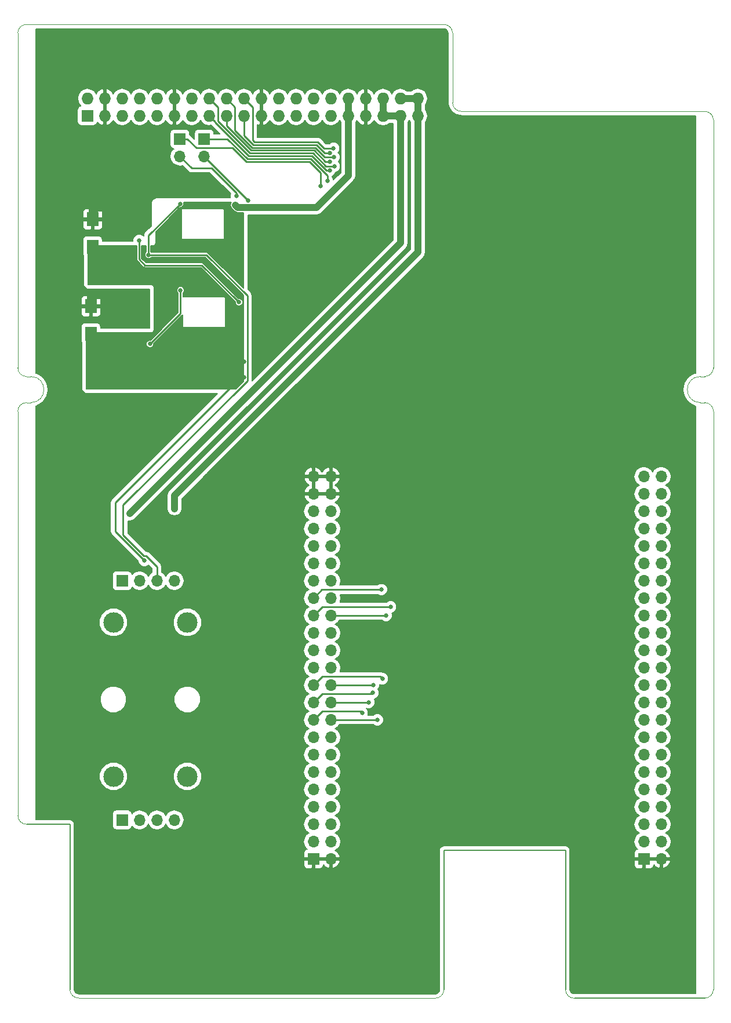
<source format=gbl>
G04 #@! TF.FileFunction,Copper,L4,Bot,Signal*
%FSLAX46Y46*%
G04 Gerber Fmt 4.6, Leading zero omitted, Abs format (unit mm)*
G04 Created by KiCad (PCBNEW 4.0.7) date Tuesday, June 19, 2018 'PMt' 05:08:08 PM*
%MOMM*%
%LPD*%
G01*
G04 APERTURE LIST*
%ADD10C,0.020000*%
%ADD11C,0.100000*%
%ADD12C,0.150000*%
%ADD13C,0.660400*%
%ADD14R,1.727200X1.727200*%
%ADD15O,1.727200X1.727200*%
%ADD16C,3.000000*%
%ADD17R,1.700000X2.000000*%
%ADD18R,1.700000X1.700000*%
%ADD19O,1.700000X1.700000*%
%ADD20C,0.254000*%
%ADD21C,1.016000*%
%ADD22C,1.270000*%
%ADD23C,0.152400*%
G04 APERTURE END LIST*
D10*
D11*
X11442700Y-87642700D02*
G75*
G02X10172700Y-88912700I-1270000J0D01*
G01*
X30467300Y-88912700D02*
G75*
G02X29197300Y-87642700I0J1270000D01*
G01*
D12*
X30480000Y-88900000D02*
X49530000Y-88900000D01*
D11*
X-41922700Y-88887300D02*
G75*
G02X-43192700Y-87617300I0J1270000D01*
G01*
D12*
X-43180000Y-63500000D02*
X-43180000Y-87630000D01*
X-49530000Y-63500000D02*
X-43180000Y-63500000D01*
X29210000Y-67310000D02*
X29210000Y-87630000D01*
X11430000Y-67310000D02*
X29210000Y-67310000D01*
X11430000Y-87630000D02*
X11430000Y-67310000D01*
D11*
X-50800000Y-3175000D02*
G75*
G02X-49530000Y-1905000I1270000J0D01*
G01*
X-49530000Y-1905000D02*
X-48895000Y-1905000D01*
X-48895000Y1905000D02*
G75*
G02X-48895000Y-1905000I0J-1905000D01*
G01*
X-48895000Y1905000D02*
X-49530000Y1905000D01*
X-49530000Y1905000D02*
G75*
G02X-50800000Y3175000I0J1270000D01*
G01*
X-50800000Y52070000D02*
X-50800000Y3175000D01*
X-50800000Y52070000D02*
G75*
G02X-49530000Y53340000I1270000J0D01*
G01*
X11430000Y53340000D02*
X-49530000Y53340000D01*
X11430000Y53340000D02*
G75*
G02X12700000Y52070000I0J-1270000D01*
G01*
X12700000Y52070000D02*
X12700000Y41910000D01*
X13970000Y40640000D02*
G75*
G02X12700000Y41910000I0J1270000D01*
G01*
X13970000Y40640000D02*
X49530000Y40640000D01*
X49530000Y40640000D02*
G75*
G02X50800000Y39370000I0J-1270000D01*
G01*
X50800000Y3175000D02*
X50800000Y39370000D01*
X50800000Y3175000D02*
G75*
G02X49530000Y1905000I-1270000J0D01*
G01*
X48895000Y1905000D02*
X49530000Y1905000D01*
X48895000Y-1905000D02*
G75*
G02X48895000Y1905000I0J1905000D01*
G01*
X49530000Y-1905000D02*
X48895000Y-1905000D01*
X49530000Y-1905000D02*
G75*
G02X50800000Y-3175000I0J-1270000D01*
G01*
X50800000Y-87630000D02*
X50800000Y-3175000D01*
X50800000Y-87630000D02*
G75*
G02X49530000Y-88900000I-1270000J0D01*
G01*
X-41910000Y-88900000D02*
X10160000Y-88900000D01*
X-49517300Y-63512700D02*
G75*
G02X-50787300Y-62242700I0J1270000D01*
G01*
X-50800000Y-3175000D02*
X-50800000Y-62230000D01*
D13*
X-34988500Y16548100D03*
X-19240500Y18580100D03*
X-19240500Y21120100D03*
X-27368500Y16548100D03*
X-29908500Y16548100D03*
X-32448500Y16548100D03*
X-24828500Y16548100D03*
X-20256500Y1816100D03*
X-17716500Y4102100D03*
X-20256500Y4102100D03*
X-17716500Y1816100D03*
X-25336500Y1816100D03*
X-22796500Y4102100D03*
X-25336500Y4102100D03*
X-22796500Y1816100D03*
X-27876500Y1816100D03*
X-27876500Y4102100D03*
X-30416500Y1816100D03*
D14*
X-40640000Y39992300D03*
D15*
X-40640000Y42532300D03*
X-38100000Y39992300D03*
X-38100000Y42532300D03*
X-35560000Y39992300D03*
X-35560000Y42532300D03*
X-33020000Y39992300D03*
X-33020000Y42532300D03*
X-30480000Y39992300D03*
X-30480000Y42532300D03*
X-27940000Y39992300D03*
X-27940000Y42532300D03*
X-25400000Y39992300D03*
X-25400000Y42532300D03*
X-22860000Y39992300D03*
X-22860000Y42532300D03*
X-20320000Y39992300D03*
X-20320000Y42532300D03*
X-17780000Y39992300D03*
X-17780000Y42532300D03*
X-15240000Y39992300D03*
X-15240000Y42532300D03*
X-12700000Y39992300D03*
X-12700000Y42532300D03*
X-10160000Y39992300D03*
X-10160000Y42532300D03*
X-7620000Y39992300D03*
X-7620000Y42532300D03*
X-5080000Y39992300D03*
X-5080000Y42532300D03*
X-2540000Y39992300D03*
X-2540000Y42532300D03*
X0Y39992300D03*
X0Y42532300D03*
X2540000Y39992300D03*
X2540000Y42532300D03*
X5080000Y39992300D03*
X5080000Y42532300D03*
X7620000Y39992300D03*
X7620000Y42532300D03*
D16*
X-36830000Y-34015000D03*
X-36830000Y-56515000D03*
X-26035000Y-34015000D03*
X-26035000Y-56515000D03*
D17*
X-39878000Y20860000D03*
X-39878000Y24860000D03*
X-40132000Y8160000D03*
X-40132000Y12160000D03*
D18*
X-35560000Y-62865000D03*
D19*
X-33020000Y-62865000D03*
X-30480000Y-62865000D03*
X-27940000Y-62865000D03*
D18*
X-35560000Y-27940000D03*
D19*
X-33020000Y-27940000D03*
X-30480000Y-27940000D03*
X-27940000Y-27940000D03*
D18*
X-23558500Y36614100D03*
D19*
X-23558500Y34074100D03*
D18*
X-27114500Y36614100D03*
D19*
X-27114500Y34074100D03*
D18*
X40640000Y-68580000D03*
D19*
X43180000Y-68580000D03*
X40640000Y-66040000D03*
X43180000Y-66040000D03*
X40640000Y-63500000D03*
X43180000Y-63500000D03*
X40640000Y-60960000D03*
X43180000Y-60960000D03*
X40640000Y-58420000D03*
X43180000Y-58420000D03*
X40640000Y-55880000D03*
X43180000Y-55880000D03*
X40640000Y-53340000D03*
X43180000Y-53340000D03*
X40640000Y-50800000D03*
X43180000Y-50800000D03*
X40640000Y-48260000D03*
X43180000Y-48260000D03*
X40640000Y-45720000D03*
X43180000Y-45720000D03*
X40640000Y-43180000D03*
X43180000Y-43180000D03*
X40640000Y-40640000D03*
X43180000Y-40640000D03*
X40640000Y-38100000D03*
X43180000Y-38100000D03*
X40640000Y-35560000D03*
X43180000Y-35560000D03*
X40640000Y-33020000D03*
X43180000Y-33020000D03*
X40640000Y-30480000D03*
X43180000Y-30480000D03*
X40640000Y-27940000D03*
X43180000Y-27940000D03*
X40640000Y-25400000D03*
X43180000Y-25400000D03*
X40640000Y-22860000D03*
X43180000Y-22860000D03*
X40640000Y-20320000D03*
X43180000Y-20320000D03*
X40640000Y-17780000D03*
X43180000Y-17780000D03*
X40640000Y-15240000D03*
X43180000Y-15240000D03*
X40640000Y-12700000D03*
X43180000Y-12700000D03*
D18*
X-7620000Y-68580000D03*
D19*
X-5080000Y-68580000D03*
X-7620000Y-66040000D03*
X-5080000Y-66040000D03*
X-7620000Y-63500000D03*
X-5080000Y-63500000D03*
X-7620000Y-60960000D03*
X-5080000Y-60960000D03*
X-7620000Y-58420000D03*
X-5080000Y-58420000D03*
X-7620000Y-55880000D03*
X-5080000Y-55880000D03*
X-7620000Y-53340000D03*
X-5080000Y-53340000D03*
X-7620000Y-50800000D03*
X-5080000Y-50800000D03*
X-7620000Y-48260000D03*
X-5080000Y-48260000D03*
X-7620000Y-45720000D03*
X-5080000Y-45720000D03*
X-7620000Y-43180000D03*
X-5080000Y-43180000D03*
X-7620000Y-40640000D03*
X-5080000Y-40640000D03*
X-7620000Y-38100000D03*
X-5080000Y-38100000D03*
X-7620000Y-35560000D03*
X-5080000Y-35560000D03*
X-7620000Y-33020000D03*
X-5080000Y-33020000D03*
X-7620000Y-30480000D03*
X-5080000Y-30480000D03*
X-7620000Y-27940000D03*
X-5080000Y-27940000D03*
X-7620000Y-25400000D03*
X-5080000Y-25400000D03*
X-7620000Y-22860000D03*
X-5080000Y-22860000D03*
X-7620000Y-20320000D03*
X-5080000Y-20320000D03*
X-7620000Y-17780000D03*
X-5080000Y-17780000D03*
X-7620000Y-15240000D03*
X-5080000Y-15240000D03*
X-7620000Y-12700000D03*
X-5080000Y-12700000D03*
D13*
X-30416500Y4102100D03*
X-39643198Y17879234D03*
X-19015731Y26917096D03*
X-27101800Y27127200D03*
X-31699200Y19685000D03*
X-32308451Y-24996717D03*
X-39643198Y16870785D03*
X-39643198Y18941902D03*
X-39573200Y4622800D03*
X-39573200Y5486400D03*
X-39576000Y6350000D03*
X-34443718Y-18139319D03*
X-27936560Y-17394856D03*
X-38608000Y26670000D03*
X-39370000Y26670000D03*
X-28890000Y-2352000D03*
X-38354000Y13868400D03*
X-39268400Y13868400D03*
X-40132000Y13868400D03*
X-31475903Y6668188D03*
X-27025600Y14478000D03*
X-5588000Y30480000D03*
X-17124873Y27602466D03*
X482600Y-45720000D03*
X1053201Y-44309401D03*
X1117623Y-43180000D03*
X1730884Y-48230932D03*
X2456731Y-42242694D03*
X2325482Y-29232743D03*
X2970176Y-33038911D03*
X3645027Y-31753479D03*
X-6604000Y29718000D03*
X-5223615Y32014796D03*
X-4575641Y32630370D03*
X-5223615Y33278342D03*
X-4608040Y33926317D03*
X-5191216Y34574291D03*
X-4669358Y35223208D03*
X-18877186Y28253968D03*
X-508000Y-47244000D03*
X-18499525Y12758402D03*
X-33070800Y21793200D03*
D20*
X-30480000Y-25864999D02*
X-32015841Y-24329158D01*
X-17272000Y13716000D02*
X-23241000Y19685000D01*
X-35407055Y-16865055D02*
X-17272000Y1270000D01*
X-31232227Y19685000D02*
X-31699200Y19685000D01*
X-23241000Y19685000D02*
X-31232227Y19685000D01*
X-17272000Y1270000D02*
X-17272000Y13716000D01*
X-32363582Y-24329158D02*
X-35407055Y-21285685D01*
X-32015841Y-24329158D02*
X-32363582Y-24329158D01*
X-35407055Y-21285685D02*
X-35407055Y-16865055D01*
X-30480000Y-27940000D02*
X-30480000Y-25864999D01*
D21*
X-18685532Y26586897D02*
X-19015731Y26917096D01*
X-7195103Y26586897D02*
X-18685532Y26586897D01*
X-2540000Y31242000D02*
X-7195103Y26586897D01*
X-2540000Y39992300D02*
X-2540000Y31242000D01*
X-2540000Y42532300D02*
X-2540000Y39992300D01*
D20*
X-31699200Y22529800D02*
X-27101800Y27127200D01*
X-31699200Y19685000D02*
X-31699200Y22529800D01*
X-32638650Y-24666518D02*
X-32308451Y-24996717D01*
X-36576000Y-20729168D02*
X-32638650Y-24666518D01*
X-36576000Y-16510000D02*
X-36576000Y-20729168D01*
X-19304000Y762000D02*
X-36576000Y-16510000D01*
D22*
X-39878000Y20860000D02*
X-39636972Y20618972D01*
X-39629215Y18909964D02*
X-39643198Y18895981D01*
X-39636972Y20618972D02*
X-39636972Y18917721D01*
X-39636972Y18917721D02*
X-39629215Y18909964D01*
X-39643198Y18895981D02*
X-39643198Y16870785D01*
X-39573200Y5019427D02*
X-39573200Y4622800D01*
X-39573200Y5486400D02*
X-39573200Y5019427D01*
X-39573200Y5880227D02*
X-39573200Y5486400D01*
X-39576000Y6350000D02*
X-39576000Y5883027D01*
D20*
X-39576000Y5883027D02*
X-39573200Y5880227D01*
D22*
X-40132000Y8160000D02*
X-40132000Y6906000D01*
X-40132000Y6906000D02*
X-39576000Y6350000D01*
D21*
X-34113519Y-17809120D02*
X-34443718Y-18139319D01*
X5080000Y21384399D02*
X-34113519Y-17809120D01*
X5080000Y39992300D02*
X5080000Y21384399D01*
X5080000Y39992300D02*
X2540000Y39992300D01*
X2540000Y42532300D02*
X2540000Y39992300D01*
X7620000Y39992300D02*
X7620000Y20034034D01*
X7620000Y20034034D02*
X-27936560Y-15522526D01*
X-27936560Y-15522526D02*
X-27936560Y-17394856D01*
X7620000Y42532300D02*
X7620000Y39992300D01*
X5080000Y42532300D02*
X7620000Y42532300D01*
D22*
X-39370000Y26670000D02*
X-38608000Y26670000D01*
X-39878000Y26162000D02*
X-39370000Y26670000D01*
X-39878000Y24860000D02*
X-39878000Y26162000D01*
X-39268400Y13868400D02*
X-38354000Y13868400D01*
X-40132000Y13868400D02*
X-39268400Y13868400D01*
X-40132000Y12160000D02*
X-40132000Y13868400D01*
D20*
X-31145704Y6998387D02*
X-31475903Y6668188D01*
X-27025600Y14478000D02*
X-27025600Y11118491D01*
X-27025600Y11118491D02*
X-31145704Y6998387D01*
X-5588000Y30946973D02*
X-5588000Y30480000D01*
X-5588000Y31266005D02*
X-5588000Y30946973D01*
X-8040388Y33718393D02*
X-5588000Y31266005D01*
X-20164006Y36614100D02*
X-17268299Y33718393D01*
X-17268299Y33718393D02*
X-8040388Y33718393D01*
X-23558500Y36614100D02*
X-20164006Y36614100D01*
X-17124873Y27640473D02*
X-17124873Y27602466D01*
X-23558500Y34074100D02*
X-17124873Y27640473D01*
X-5080000Y-45720000D02*
X482600Y-45720000D01*
X-7620000Y-45720000D02*
X-6351393Y-44451393D01*
X-6351393Y-44451393D02*
X911209Y-44451393D01*
X911209Y-44451393D02*
X1053201Y-44309401D01*
X-5080000Y-43180000D02*
X1117623Y-43180000D01*
X-5080000Y-48260000D02*
X1701816Y-48260000D01*
X1701816Y-48260000D02*
X1730884Y-48230932D01*
X2126532Y-41912495D02*
X2456731Y-42242694D01*
X-6352495Y-41912495D02*
X2126532Y-41912495D01*
X-7620000Y-43180000D02*
X-6352495Y-41912495D01*
X-6372743Y-29232743D02*
X1858509Y-29232743D01*
X1858509Y-29232743D02*
X2325482Y-29232743D01*
X-7620000Y-30480000D02*
X-6372743Y-29232743D01*
X2951265Y-33020000D02*
X2970176Y-33038911D01*
X-5080000Y-33020000D02*
X2951265Y-33020000D01*
X3178054Y-31753479D02*
X3645027Y-31753479D01*
X-6353479Y-31753479D02*
X3178054Y-31753479D01*
X-7620000Y-33020000D02*
X-6353479Y-31753479D01*
X-27114500Y36614100D02*
X-26010500Y36614100D01*
X-26010500Y36614100D02*
X-24714524Y35318124D01*
X-24714524Y35318124D02*
X-19442780Y35318124D01*
X-19442780Y35318124D02*
X-17436638Y33311982D01*
X-17436638Y33311982D02*
X-8208728Y33311982D01*
X-8208728Y33311982D02*
X-6604000Y31707254D01*
X-6604000Y31707254D02*
X-6604000Y29718000D01*
X-22860000Y39992300D02*
X-21996401Y39128701D01*
X-5690588Y32014796D02*
X-5223615Y32014796D01*
X-5762040Y32014796D02*
X-5690588Y32014796D01*
X-21996401Y39128701D02*
X-21996401Y39021246D01*
X-21996401Y39021246D02*
X-17099959Y34124804D01*
X-17099959Y34124804D02*
X-7872048Y34124804D01*
X-7872048Y34124804D02*
X-5762040Y32014796D01*
X-5802863Y32630370D02*
X-5042614Y32630370D01*
X-7703708Y34531215D02*
X-5802863Y32630370D01*
X-21579767Y39179363D02*
X-16931619Y34531215D01*
X-22860000Y42532300D02*
X-21579767Y41252067D01*
X-21579767Y41252067D02*
X-21579767Y39179363D01*
X-16931619Y34531215D02*
X-7703708Y34531215D01*
X-5042614Y32630370D02*
X-4575641Y32630370D01*
X-5690588Y33278342D02*
X-5223615Y33278342D01*
X-5876084Y33278342D02*
X-5690588Y33278342D01*
X-16763279Y34937626D02*
X-7535368Y34937626D01*
X-7535368Y34937626D02*
X-5876084Y33278342D01*
X-20320000Y38494347D02*
X-16763279Y34937626D01*
X-20320000Y39992300D02*
X-20320000Y38494347D01*
X-5949308Y33926317D02*
X-5075013Y33926317D01*
X-7367028Y35344037D02*
X-5949308Y33926317D01*
X-19063955Y41276255D02*
X-19063955Y37813053D01*
X-20320000Y42532300D02*
X-19063955Y41276255D01*
X-5075013Y33926317D02*
X-4608040Y33926317D01*
X-16594939Y35344037D02*
X-7367028Y35344037D01*
X-19063955Y37813053D02*
X-16594939Y35344037D01*
X-6019011Y34574291D02*
X-5658189Y34574291D01*
X-7195168Y35750448D02*
X-6019011Y34574291D01*
X-16426599Y35750448D02*
X-7195168Y35750448D01*
X-17780000Y37103850D02*
X-16426599Y35750448D01*
X-17780000Y39992300D02*
X-17780000Y37103850D01*
X-5658189Y34574291D02*
X-5191216Y34574291D01*
X-17780000Y42532300D02*
X-16497560Y41249860D01*
X-16497560Y41249860D02*
X-16497560Y36396161D01*
X-16497560Y36396161D02*
X-16258259Y36156859D01*
X-16258259Y36156859D02*
X-7026829Y36156859D01*
X-7026829Y36156859D02*
X-6095185Y35225215D01*
X-6095185Y35225215D02*
X-4671365Y35225215D01*
X-4671365Y35225215D02*
X-4669358Y35223208D01*
X-27114500Y34074100D02*
X-25405568Y32365168D01*
X-25405568Y32365168D02*
X-22494144Y32365168D01*
X-22494144Y32365168D02*
X-18877186Y28748210D01*
X-18877186Y28748210D02*
X-18877186Y28253968D01*
X-508000Y-47244000D02*
X-762000Y-46990000D01*
X-6350000Y-46990000D02*
X-6770001Y-47410001D01*
X-762000Y-46990000D02*
X-6350000Y-46990000D01*
X-6770001Y-47410001D02*
X-7620000Y-48260000D01*
X-33070800Y19024600D02*
X-32207200Y18161000D01*
X-33070800Y21793200D02*
X-33070800Y19024600D01*
X-18829724Y13088601D02*
X-18499525Y12758402D01*
X-32207200Y18161000D02*
X-23902123Y18161000D01*
X-23902123Y18161000D02*
X-18829724Y13088601D01*
D23*
G36*
X-33426400Y19024600D02*
X-33399332Y18888517D01*
X-33322247Y18773153D01*
X-32458647Y17909553D01*
X-32343283Y17832468D01*
X-32207200Y17805400D01*
X-24049417Y17805400D01*
X-19058277Y12814260D01*
X-19058422Y12647737D01*
X-18973529Y12442280D01*
X-18816473Y12284950D01*
X-18611165Y12199699D01*
X-18388860Y12199505D01*
X-18183403Y12284398D01*
X-18026073Y12441454D01*
X-17940822Y12646762D01*
X-17940628Y12869067D01*
X-18025521Y13074524D01*
X-18182577Y13231854D01*
X-18387885Y13317105D01*
X-18555480Y13317251D01*
X-23650676Y18412447D01*
X-23766040Y18489532D01*
X-23902123Y18516600D01*
X-32059906Y18516600D01*
X-32715200Y19171894D01*
X-32715200Y21005800D01*
X-32054800Y21005800D01*
X-32054800Y20119595D01*
X-32172652Y20001948D01*
X-32257903Y19796640D01*
X-32258097Y19574335D01*
X-32173204Y19368878D01*
X-32016148Y19211548D01*
X-31810840Y19126297D01*
X-31588535Y19126103D01*
X-31383078Y19210996D01*
X-31264467Y19329400D01*
X-23388294Y19329400D01*
X-17856200Y13797306D01*
X-17856200Y1188694D01*
X-18968694Y76200D01*
X-40632494Y76200D01*
X-40707471Y91114D01*
X-40764668Y129332D01*
X-40802886Y186529D01*
X-40817800Y261506D01*
X-40817800Y6557523D01*
X-32034800Y6557523D01*
X-31949907Y6352066D01*
X-31792851Y6194736D01*
X-31587543Y6109485D01*
X-31365238Y6109291D01*
X-31159781Y6194184D01*
X-31002451Y6351240D01*
X-30917200Y6556548D01*
X-30917054Y6724143D01*
X-26774153Y10867044D01*
X-26746200Y10908878D01*
X-26746200Y9144000D01*
X-26740989Y9116305D01*
X-26724621Y9090868D01*
X-26699646Y9073803D01*
X-26670000Y9067800D01*
X-20574000Y9067800D01*
X-20546305Y9073011D01*
X-20520868Y9089379D01*
X-20503803Y9114354D01*
X-20497800Y9144000D01*
X-20497800Y13462000D01*
X-20503011Y13489695D01*
X-20519379Y13515132D01*
X-20544354Y13532197D01*
X-20574000Y13538200D01*
X-26670000Y13538200D01*
X-26670000Y14043405D01*
X-26552148Y14161052D01*
X-26466897Y14366360D01*
X-26466703Y14588665D01*
X-26551596Y14794122D01*
X-26708652Y14951452D01*
X-26913960Y15036703D01*
X-27136265Y15036897D01*
X-27341722Y14952004D01*
X-27499052Y14794948D01*
X-27584303Y14589640D01*
X-27584497Y14367335D01*
X-27499604Y14161878D01*
X-27381200Y14043267D01*
X-27381200Y11265785D01*
X-31420045Y7226940D01*
X-31586568Y7227085D01*
X-31792025Y7142192D01*
X-31949355Y6985136D01*
X-32034606Y6779828D01*
X-32034800Y6557523D01*
X-40817800Y6557523D01*
X-40817800Y8120494D01*
X-40802886Y8195471D01*
X-40764668Y8252668D01*
X-40707471Y8290886D01*
X-40632494Y8305800D01*
X-31242000Y8305800D01*
X-31227134Y8307264D01*
X-31129932Y8326599D01*
X-31102464Y8337977D01*
X-31020061Y8393037D01*
X-30999037Y8414061D01*
X-30943977Y8496464D01*
X-30932599Y8523932D01*
X-30913264Y8621134D01*
X-30911800Y8636000D01*
X-30911800Y14986000D01*
X-30913264Y15000866D01*
X-30932599Y15098068D01*
X-30943977Y15125536D01*
X-30999037Y15207939D01*
X-31020061Y15228963D01*
X-31102464Y15284023D01*
X-31129932Y15295401D01*
X-31227134Y15314736D01*
X-31242000Y15316200D01*
X-40378494Y15316200D01*
X-40453471Y15331114D01*
X-40510668Y15369332D01*
X-40548886Y15426529D01*
X-40563800Y15501506D01*
X-40563800Y17768569D01*
X-40202095Y17768569D01*
X-40117202Y17563112D01*
X-39960146Y17405782D01*
X-39754838Y17320531D01*
X-39532533Y17320337D01*
X-39327076Y17405230D01*
X-39169746Y17562286D01*
X-39084495Y17767594D01*
X-39084301Y17989899D01*
X-39169194Y18195356D01*
X-39326250Y18352686D01*
X-39531558Y18437937D01*
X-39753863Y18438131D01*
X-39959320Y18353238D01*
X-40116650Y18196182D01*
X-40201901Y17990874D01*
X-40202095Y17768569D01*
X-40563800Y17768569D01*
X-40563800Y20820494D01*
X-40548886Y20895471D01*
X-40510668Y20952668D01*
X-40453471Y20990886D01*
X-40378494Y21005800D01*
X-33426400Y21005800D01*
X-33426400Y19024600D01*
X-33426400Y19024600D01*
G37*
X-33426400Y19024600D02*
X-33399332Y18888517D01*
X-33322247Y18773153D01*
X-32458647Y17909553D01*
X-32343283Y17832468D01*
X-32207200Y17805400D01*
X-24049417Y17805400D01*
X-19058277Y12814260D01*
X-19058422Y12647737D01*
X-18973529Y12442280D01*
X-18816473Y12284950D01*
X-18611165Y12199699D01*
X-18388860Y12199505D01*
X-18183403Y12284398D01*
X-18026073Y12441454D01*
X-17940822Y12646762D01*
X-17940628Y12869067D01*
X-18025521Y13074524D01*
X-18182577Y13231854D01*
X-18387885Y13317105D01*
X-18555480Y13317251D01*
X-23650676Y18412447D01*
X-23766040Y18489532D01*
X-23902123Y18516600D01*
X-32059906Y18516600D01*
X-32715200Y19171894D01*
X-32715200Y21005800D01*
X-32054800Y21005800D01*
X-32054800Y20119595D01*
X-32172652Y20001948D01*
X-32257903Y19796640D01*
X-32258097Y19574335D01*
X-32173204Y19368878D01*
X-32016148Y19211548D01*
X-31810840Y19126297D01*
X-31588535Y19126103D01*
X-31383078Y19210996D01*
X-31264467Y19329400D01*
X-23388294Y19329400D01*
X-17856200Y13797306D01*
X-17856200Y1188694D01*
X-18968694Y76200D01*
X-40632494Y76200D01*
X-40707471Y91114D01*
X-40764668Y129332D01*
X-40802886Y186529D01*
X-40817800Y261506D01*
X-40817800Y6557523D01*
X-32034800Y6557523D01*
X-31949907Y6352066D01*
X-31792851Y6194736D01*
X-31587543Y6109485D01*
X-31365238Y6109291D01*
X-31159781Y6194184D01*
X-31002451Y6351240D01*
X-30917200Y6556548D01*
X-30917054Y6724143D01*
X-26774153Y10867044D01*
X-26746200Y10908878D01*
X-26746200Y9144000D01*
X-26740989Y9116305D01*
X-26724621Y9090868D01*
X-26699646Y9073803D01*
X-26670000Y9067800D01*
X-20574000Y9067800D01*
X-20546305Y9073011D01*
X-20520868Y9089379D01*
X-20503803Y9114354D01*
X-20497800Y9144000D01*
X-20497800Y13462000D01*
X-20503011Y13489695D01*
X-20519379Y13515132D01*
X-20544354Y13532197D01*
X-20574000Y13538200D01*
X-26670000Y13538200D01*
X-26670000Y14043405D01*
X-26552148Y14161052D01*
X-26466897Y14366360D01*
X-26466703Y14588665D01*
X-26551596Y14794122D01*
X-26708652Y14951452D01*
X-26913960Y15036703D01*
X-27136265Y15036897D01*
X-27341722Y14952004D01*
X-27499052Y14794948D01*
X-27584303Y14589640D01*
X-27584497Y14367335D01*
X-27499604Y14161878D01*
X-27381200Y14043267D01*
X-27381200Y11265785D01*
X-31420045Y7226940D01*
X-31586568Y7227085D01*
X-31792025Y7142192D01*
X-31949355Y6985136D01*
X-32034606Y6779828D01*
X-32034800Y6557523D01*
X-40817800Y6557523D01*
X-40817800Y8120494D01*
X-40802886Y8195471D01*
X-40764668Y8252668D01*
X-40707471Y8290886D01*
X-40632494Y8305800D01*
X-31242000Y8305800D01*
X-31227134Y8307264D01*
X-31129932Y8326599D01*
X-31102464Y8337977D01*
X-31020061Y8393037D01*
X-30999037Y8414061D01*
X-30943977Y8496464D01*
X-30932599Y8523932D01*
X-30913264Y8621134D01*
X-30911800Y8636000D01*
X-30911800Y14986000D01*
X-30913264Y15000866D01*
X-30932599Y15098068D01*
X-30943977Y15125536D01*
X-30999037Y15207939D01*
X-31020061Y15228963D01*
X-31102464Y15284023D01*
X-31129932Y15295401D01*
X-31227134Y15314736D01*
X-31242000Y15316200D01*
X-40378494Y15316200D01*
X-40453471Y15331114D01*
X-40510668Y15369332D01*
X-40548886Y15426529D01*
X-40563800Y15501506D01*
X-40563800Y17768569D01*
X-40202095Y17768569D01*
X-40117202Y17563112D01*
X-39960146Y17405782D01*
X-39754838Y17320531D01*
X-39532533Y17320337D01*
X-39327076Y17405230D01*
X-39169746Y17562286D01*
X-39084495Y17767594D01*
X-39084301Y17989899D01*
X-39169194Y18195356D01*
X-39326250Y18352686D01*
X-39531558Y18437937D01*
X-39753863Y18438131D01*
X-39959320Y18353238D01*
X-40116650Y18196182D01*
X-40201901Y17990874D01*
X-40202095Y17768569D01*
X-40563800Y17768569D01*
X-40563800Y20820494D01*
X-40548886Y20895471D01*
X-40510668Y20952668D01*
X-40453471Y20990886D01*
X-40378494Y21005800D01*
X-33426400Y21005800D01*
X-33426400Y19024600D01*
G36*
X-19696261Y27198981D02*
X-19752331Y26917096D01*
X-19696261Y26635211D01*
X-19536586Y26396241D01*
X-19206387Y26066042D01*
X-18967417Y25906367D01*
X-18685532Y25850297D01*
X-17856200Y25850297D01*
X-17856200Y14803094D01*
X-22989553Y19936447D01*
X-23104917Y20013532D01*
X-23241000Y20040600D01*
X-31264605Y20040600D01*
X-31343600Y20119733D01*
X-31343600Y21005800D01*
X-30988000Y21005800D01*
X-30973134Y21007264D01*
X-30875932Y21026599D01*
X-30848464Y21037977D01*
X-30766061Y21093037D01*
X-30745037Y21114061D01*
X-30689977Y21196464D01*
X-30678599Y21223932D01*
X-30659264Y21321134D01*
X-30657800Y21336000D01*
X-30657800Y23068306D01*
X-27411706Y26314400D01*
X-26911908Y26314400D01*
X-26911908Y21996400D01*
X-26906697Y21968705D01*
X-26890329Y21943268D01*
X-26865354Y21926203D01*
X-26835708Y21920200D01*
X-20739708Y21920200D01*
X-20712013Y21925411D01*
X-20686576Y21941779D01*
X-20669511Y21966754D01*
X-20663508Y21996400D01*
X-20663508Y26314400D01*
X-20668719Y26342095D01*
X-20685087Y26367532D01*
X-20710062Y26384597D01*
X-20739708Y26390600D01*
X-26835708Y26390600D01*
X-26863403Y26385389D01*
X-26888840Y26369021D01*
X-26905905Y26344046D01*
X-26911908Y26314400D01*
X-27411706Y26314400D01*
X-27157658Y26568448D01*
X-26991135Y26568303D01*
X-26785678Y26653196D01*
X-26628348Y26810252D01*
X-26543097Y27015560D01*
X-26542903Y27237865D01*
X-26591633Y27355800D01*
X-19591478Y27355800D01*
X-19696261Y27198981D01*
X-19696261Y27198981D01*
G37*
X-19696261Y27198981D02*
X-19752331Y26917096D01*
X-19696261Y26635211D01*
X-19536586Y26396241D01*
X-19206387Y26066042D01*
X-18967417Y25906367D01*
X-18685532Y25850297D01*
X-17856200Y25850297D01*
X-17856200Y14803094D01*
X-22989553Y19936447D01*
X-23104917Y20013532D01*
X-23241000Y20040600D01*
X-31264605Y20040600D01*
X-31343600Y20119733D01*
X-31343600Y21005800D01*
X-30988000Y21005800D01*
X-30973134Y21007264D01*
X-30875932Y21026599D01*
X-30848464Y21037977D01*
X-30766061Y21093037D01*
X-30745037Y21114061D01*
X-30689977Y21196464D01*
X-30678599Y21223932D01*
X-30659264Y21321134D01*
X-30657800Y21336000D01*
X-30657800Y23068306D01*
X-27411706Y26314400D01*
X-26911908Y26314400D01*
X-26911908Y21996400D01*
X-26906697Y21968705D01*
X-26890329Y21943268D01*
X-26865354Y21926203D01*
X-26835708Y21920200D01*
X-20739708Y21920200D01*
X-20712013Y21925411D01*
X-20686576Y21941779D01*
X-20669511Y21966754D01*
X-20663508Y21996400D01*
X-20663508Y26314400D01*
X-20668719Y26342095D01*
X-20685087Y26367532D01*
X-20710062Y26384597D01*
X-20739708Y26390600D01*
X-26835708Y26390600D01*
X-26863403Y26385389D01*
X-26888840Y26369021D01*
X-26905905Y26344046D01*
X-26911908Y26314400D01*
X-27411706Y26314400D01*
X-27157658Y26568448D01*
X-26991135Y26568303D01*
X-26785678Y26653196D01*
X-26628348Y26810252D01*
X-26543097Y27015560D01*
X-26542903Y27237865D01*
X-26591633Y27355800D01*
X-19591478Y27355800D01*
X-19696261Y27198981D01*
G36*
X11668557Y52645923D02*
X11870793Y52510794D01*
X12005924Y52308555D01*
X12065800Y52007537D01*
X12065800Y41910000D01*
X12077986Y41848737D01*
X12077986Y41786274D01*
X12174659Y41300266D01*
X12194624Y41252067D01*
X12269355Y41071650D01*
X12544655Y40659632D01*
X12544656Y40659631D01*
X12719632Y40484656D01*
X13131647Y40209357D01*
X13131649Y40209355D01*
X13360266Y40114659D01*
X13846273Y40017986D01*
X13908737Y40017986D01*
X13970000Y40005800D01*
X48183800Y40005800D01*
X48183800Y2410159D01*
X48042262Y2382005D01*
X47813646Y2287309D01*
X47813644Y2287308D01*
X47195619Y1874356D01*
X47020644Y1699381D01*
X46607691Y1081355D01*
X46533210Y901542D01*
X46512995Y852738D01*
X46367986Y123728D01*
X46367986Y-123726D01*
X46512995Y-852738D01*
X46512995Y-852739D01*
X46607691Y-1081355D01*
X47020644Y-1699381D01*
X47195619Y-1874356D01*
X47813644Y-2287308D01*
X47813646Y-2287309D01*
X48042262Y-2382005D01*
X48183800Y-2410159D01*
X48183800Y-88240800D01*
X30480000Y-88240800D01*
X30410116Y-88254701D01*
X30228745Y-88218624D01*
X30026506Y-88083493D01*
X29891377Y-87881257D01*
X29855299Y-87699883D01*
X29869200Y-87630000D01*
X29869200Y-68903850D01*
X39205800Y-68903850D01*
X39205800Y-69546204D01*
X39294739Y-69760922D01*
X39459077Y-69925261D01*
X39673795Y-70014200D01*
X40316150Y-70014200D01*
X40462200Y-69868150D01*
X40462200Y-68757800D01*
X40817800Y-68757800D01*
X40817800Y-69868150D01*
X40963850Y-70014200D01*
X41606205Y-70014200D01*
X41820923Y-69925261D01*
X41985261Y-69760922D01*
X42074200Y-69546204D01*
X42074200Y-69450686D01*
X42284806Y-69700535D01*
X42781759Y-69957815D01*
X43002200Y-69857100D01*
X43002200Y-68757800D01*
X43357800Y-68757800D01*
X43357800Y-69857100D01*
X43578241Y-69957815D01*
X44075194Y-69700535D01*
X44435862Y-69272663D01*
X44557801Y-68978239D01*
X44455820Y-68757800D01*
X43357800Y-68757800D01*
X43002200Y-68757800D01*
X40817800Y-68757800D01*
X40462200Y-68757800D01*
X39351850Y-68757800D01*
X39205800Y-68903850D01*
X29869200Y-68903850D01*
X29869200Y-67310000D01*
X29819021Y-67057735D01*
X29676125Y-66843875D01*
X29462265Y-66700979D01*
X29210000Y-66650800D01*
X11430000Y-66650800D01*
X11177735Y-66700979D01*
X10963875Y-66843875D01*
X10820979Y-67057735D01*
X10770800Y-67310000D01*
X10770800Y-87630000D01*
X10784701Y-87699884D01*
X10748624Y-87881255D01*
X10613493Y-88083494D01*
X10411257Y-88218623D01*
X10167042Y-88267201D01*
X10160000Y-88265800D01*
X-41797733Y-88265800D01*
X-41798974Y-88265286D01*
X-42161255Y-88193224D01*
X-42363494Y-88058093D01*
X-42498623Y-87855857D01*
X-42532175Y-87687184D01*
X-42520800Y-87630000D01*
X-42520800Y-68903850D01*
X-9054200Y-68903850D01*
X-9054200Y-69546204D01*
X-8965261Y-69760922D01*
X-8800923Y-69925261D01*
X-8586205Y-70014200D01*
X-7943850Y-70014200D01*
X-7797800Y-69868150D01*
X-7797800Y-68757800D01*
X-7442200Y-68757800D01*
X-7442200Y-69868150D01*
X-7296150Y-70014200D01*
X-6653795Y-70014200D01*
X-6439077Y-69925261D01*
X-6274739Y-69760922D01*
X-6185800Y-69546204D01*
X-6185800Y-69450686D01*
X-5975194Y-69700535D01*
X-5478241Y-69957815D01*
X-5257800Y-69857100D01*
X-5257800Y-68757800D01*
X-4902200Y-68757800D01*
X-4902200Y-69857100D01*
X-4681759Y-69957815D01*
X-4184806Y-69700535D01*
X-3824138Y-69272663D01*
X-3702199Y-68978239D01*
X-3804180Y-68757800D01*
X-4902200Y-68757800D01*
X-5257800Y-68757800D01*
X-7442200Y-68757800D01*
X-7797800Y-68757800D01*
X-8908150Y-68757800D01*
X-9054200Y-68903850D01*
X-42520800Y-68903850D01*
X-42520800Y-63500000D01*
X-42570979Y-63247735D01*
X-42713875Y-63033875D01*
X-42927735Y-62890979D01*
X-43180000Y-62840800D01*
X-48183800Y-62840800D01*
X-48183800Y-62015000D01*
X-37005645Y-62015000D01*
X-37005645Y-63715000D01*
X-36964909Y-63931492D01*
X-36836963Y-64130326D01*
X-36641739Y-64263717D01*
X-36410000Y-64310645D01*
X-34710000Y-64310645D01*
X-34493508Y-64269909D01*
X-34294674Y-64141963D01*
X-34161283Y-63946739D01*
X-34125571Y-63770385D01*
X-34034133Y-63907231D01*
X-33568845Y-64218126D01*
X-33020000Y-64327298D01*
X-32471155Y-64218126D01*
X-32005867Y-63907231D01*
X-31750000Y-63524298D01*
X-31494133Y-63907231D01*
X-31028845Y-64218126D01*
X-30480000Y-64327298D01*
X-29931155Y-64218126D01*
X-29465867Y-63907231D01*
X-29210000Y-63524298D01*
X-28954133Y-63907231D01*
X-28488845Y-64218126D01*
X-27940000Y-64327298D01*
X-27391155Y-64218126D01*
X-26925867Y-63907231D01*
X-26614972Y-63441943D01*
X-26505800Y-62893098D01*
X-26505800Y-62836902D01*
X-26614972Y-62288057D01*
X-26925867Y-61822769D01*
X-27391155Y-61511874D01*
X-27940000Y-61402702D01*
X-28488845Y-61511874D01*
X-28954133Y-61822769D01*
X-29210000Y-62205702D01*
X-29465867Y-61822769D01*
X-29931155Y-61511874D01*
X-30480000Y-61402702D01*
X-31028845Y-61511874D01*
X-31494133Y-61822769D01*
X-31750000Y-62205702D01*
X-32005867Y-61822769D01*
X-32471155Y-61511874D01*
X-33020000Y-61402702D01*
X-33568845Y-61511874D01*
X-34034133Y-61822769D01*
X-34124951Y-61958688D01*
X-34155091Y-61798508D01*
X-34283037Y-61599674D01*
X-34478261Y-61466283D01*
X-34710000Y-61419355D01*
X-36410000Y-61419355D01*
X-36626492Y-61460091D01*
X-36825326Y-61588037D01*
X-36958717Y-61783261D01*
X-37005645Y-62015000D01*
X-48183800Y-62015000D01*
X-48183800Y-56927754D01*
X-38914561Y-56927754D01*
X-38597929Y-57694062D01*
X-38012146Y-58280869D01*
X-37246392Y-58598838D01*
X-36417246Y-58599561D01*
X-35650938Y-58282929D01*
X-35064131Y-57697146D01*
X-34746162Y-56931392D01*
X-34746159Y-56927754D01*
X-28119561Y-56927754D01*
X-27802929Y-57694062D01*
X-27217146Y-58280869D01*
X-26451392Y-58598838D01*
X-25622246Y-58599561D01*
X-24855938Y-58282929D01*
X-24269131Y-57697146D01*
X-23951162Y-56931392D01*
X-23950439Y-56102246D01*
X-24267071Y-55335938D01*
X-24852854Y-54749131D01*
X-25618608Y-54431162D01*
X-26447754Y-54430439D01*
X-27214062Y-54747071D01*
X-27800869Y-55332854D01*
X-28118838Y-56098608D01*
X-28119561Y-56927754D01*
X-34746159Y-56927754D01*
X-34745439Y-56102246D01*
X-35062071Y-55335938D01*
X-35647854Y-54749131D01*
X-36413608Y-54431162D01*
X-37242754Y-54430439D01*
X-38009062Y-54747071D01*
X-38595869Y-55332854D01*
X-38913838Y-56098608D01*
X-38914561Y-56927754D01*
X-48183800Y-56927754D01*
X-48183800Y-45648048D01*
X-38764535Y-45648048D01*
X-38470691Y-46359205D01*
X-37927067Y-46903779D01*
X-37216424Y-47198863D01*
X-36446952Y-47199535D01*
X-35735795Y-46905691D01*
X-35191221Y-46362067D01*
X-34896137Y-45651424D01*
X-34896135Y-45648048D01*
X-27969535Y-45648048D01*
X-27675691Y-46359205D01*
X-27132067Y-46903779D01*
X-26421424Y-47198863D01*
X-25651952Y-47199535D01*
X-24940795Y-46905691D01*
X-24396221Y-46362067D01*
X-24101137Y-45651424D01*
X-24100465Y-44881952D01*
X-24394309Y-44170795D01*
X-24937933Y-43626221D01*
X-25648576Y-43331137D01*
X-26418048Y-43330465D01*
X-27129205Y-43624309D01*
X-27673779Y-44167933D01*
X-27968863Y-44878576D01*
X-27969535Y-45648048D01*
X-34896135Y-45648048D01*
X-34895465Y-44881952D01*
X-35189309Y-44170795D01*
X-35732933Y-43626221D01*
X-36443576Y-43331137D01*
X-37213048Y-43330465D01*
X-37924205Y-43624309D01*
X-38468779Y-44167933D01*
X-38763863Y-44878576D01*
X-38764535Y-45648048D01*
X-48183800Y-45648048D01*
X-48183800Y-34427754D01*
X-38914561Y-34427754D01*
X-38597929Y-35194062D01*
X-38012146Y-35780869D01*
X-37246392Y-36098838D01*
X-36417246Y-36099561D01*
X-35650938Y-35782929D01*
X-35064131Y-35197146D01*
X-34746162Y-34431392D01*
X-34746159Y-34427754D01*
X-28119561Y-34427754D01*
X-27802929Y-35194062D01*
X-27217146Y-35780869D01*
X-26451392Y-36098838D01*
X-25622246Y-36099561D01*
X-24855938Y-35782929D01*
X-24269131Y-35197146D01*
X-23951162Y-34431392D01*
X-23950439Y-33602246D01*
X-24267071Y-32835938D01*
X-24852854Y-32249131D01*
X-25618608Y-31931162D01*
X-26447754Y-31930439D01*
X-27214062Y-32247071D01*
X-27800869Y-32832854D01*
X-28118838Y-33598608D01*
X-28119561Y-34427754D01*
X-34746159Y-34427754D01*
X-34745439Y-33602246D01*
X-35062071Y-32835938D01*
X-35647854Y-32249131D01*
X-36413608Y-31931162D01*
X-37242754Y-31930439D01*
X-38009062Y-32247071D01*
X-38595869Y-32832854D01*
X-38913838Y-33598608D01*
X-38914561Y-34427754D01*
X-48183800Y-34427754D01*
X-48183800Y-2410159D01*
X-48042262Y-2382005D01*
X-48042261Y-2382005D01*
X-47813645Y-2287309D01*
X-47195619Y-1874356D01*
X-47070919Y-1749655D01*
X-47020644Y-1699381D01*
X-46607692Y-1081356D01*
X-46571796Y-994695D01*
X-46512995Y-852738D01*
X-46367986Y-123726D01*
X-46367986Y123728D01*
X-46512995Y852738D01*
X-46607691Y1081354D01*
X-46607692Y1081355D01*
X-46607692Y1081356D01*
X-47020644Y1699381D01*
X-47102538Y1781274D01*
X-47195619Y1874356D01*
X-47813645Y2287309D01*
X-48042261Y2382005D01*
X-48042262Y2382005D01*
X-48183800Y2410159D01*
X-48183800Y9160000D01*
X-41577645Y9160000D01*
X-41577645Y7160000D01*
X-41536909Y6943508D01*
X-41478200Y6852271D01*
X-41478200Y254000D01*
X-41466974Y140026D01*
X-41447639Y42824D01*
X-41360409Y-167766D01*
X-41305349Y-250169D01*
X-41144169Y-411349D01*
X-41061766Y-466409D01*
X-40851176Y-553639D01*
X-40753974Y-572974D01*
X-40640000Y-584200D01*
X-21655989Y-584200D01*
X-37078894Y-16007106D01*
X-37233063Y-16237835D01*
X-37257793Y-16362161D01*
X-37287200Y-16510000D01*
X-37287200Y-20729168D01*
X-37233063Y-21001333D01*
X-37078894Y-21232062D01*
X-33222931Y-25088026D01*
X-33223009Y-25177804D01*
X-33084093Y-25514006D01*
X-32827093Y-25771455D01*
X-32491134Y-25910958D01*
X-32127364Y-25911275D01*
X-31791162Y-25772359D01*
X-31684702Y-25666085D01*
X-31191200Y-26159587D01*
X-31191200Y-26695356D01*
X-31494133Y-26897769D01*
X-31750000Y-27280702D01*
X-32005867Y-26897769D01*
X-32471155Y-26586874D01*
X-33020000Y-26477702D01*
X-33568845Y-26586874D01*
X-34034133Y-26897769D01*
X-34124951Y-27033688D01*
X-34155091Y-26873508D01*
X-34283037Y-26674674D01*
X-34478261Y-26541283D01*
X-34710000Y-26494355D01*
X-36410000Y-26494355D01*
X-36626492Y-26535091D01*
X-36825326Y-26663037D01*
X-36958717Y-26858261D01*
X-37005645Y-27090000D01*
X-37005645Y-28790000D01*
X-36964909Y-29006492D01*
X-36836963Y-29205326D01*
X-36641739Y-29338717D01*
X-36410000Y-29385645D01*
X-34710000Y-29385645D01*
X-34493508Y-29344909D01*
X-34294674Y-29216963D01*
X-34161283Y-29021739D01*
X-34125571Y-28845385D01*
X-34034133Y-28982231D01*
X-33568845Y-29293126D01*
X-33020000Y-29402298D01*
X-32471155Y-29293126D01*
X-32005867Y-28982231D01*
X-31750000Y-28599298D01*
X-31494133Y-28982231D01*
X-31028845Y-29293126D01*
X-30480000Y-29402298D01*
X-29931155Y-29293126D01*
X-29465867Y-28982231D01*
X-29210000Y-28599298D01*
X-28954133Y-28982231D01*
X-28488845Y-29293126D01*
X-27940000Y-29402298D01*
X-27391155Y-29293126D01*
X-26925867Y-28982231D01*
X-26614972Y-28516943D01*
X-26505800Y-27968098D01*
X-26505800Y-27911902D01*
X-26614972Y-27363057D01*
X-26925867Y-26897769D01*
X-27391155Y-26586874D01*
X-27940000Y-26477702D01*
X-28488845Y-26586874D01*
X-28954133Y-26897769D01*
X-29210000Y-27280702D01*
X-29465867Y-26897769D01*
X-29768800Y-26695356D01*
X-29768800Y-25864999D01*
X-29822937Y-25592835D01*
X-29822937Y-25592834D01*
X-29977106Y-25362105D01*
X-31512947Y-23826264D01*
X-31743676Y-23672095D01*
X-32015841Y-23617958D01*
X-32068994Y-23617958D01*
X-34695855Y-20991097D01*
X-34695855Y-19181366D01*
X-34443718Y-19231519D01*
X-34025751Y-19148380D01*
X-33671416Y-18911621D01*
X5852302Y20612097D01*
X6089061Y20966432D01*
X6172200Y21384399D01*
X6172200Y39042631D01*
X6350000Y39308727D01*
X6527800Y39042631D01*
X6527800Y20486438D01*
X-28708862Y-14750224D01*
X-28945621Y-15104559D01*
X-29028760Y-15522526D01*
X-29028760Y-17394856D01*
X-28945621Y-17812823D01*
X-28708862Y-18167158D01*
X-28354527Y-18403917D01*
X-27936560Y-18487056D01*
X-27518593Y-18403917D01*
X-27164258Y-18167158D01*
X-26927499Y-17812823D01*
X-26920971Y-17780000D01*
X-9082298Y-17780000D01*
X-8973126Y-18328845D01*
X-8662231Y-18794133D01*
X-8279298Y-19050000D01*
X-8662231Y-19305867D01*
X-8973126Y-19771155D01*
X-9082298Y-20320000D01*
X-8973126Y-20868845D01*
X-8662231Y-21334133D01*
X-8279298Y-21590000D01*
X-8662231Y-21845867D01*
X-8973126Y-22311155D01*
X-9082298Y-22860000D01*
X-8973126Y-23408845D01*
X-8662231Y-23874133D01*
X-8279298Y-24130000D01*
X-8662231Y-24385867D01*
X-8973126Y-24851155D01*
X-9082298Y-25400000D01*
X-8973126Y-25948845D01*
X-8662231Y-26414133D01*
X-8279298Y-26670000D01*
X-8662231Y-26925867D01*
X-8973126Y-27391155D01*
X-9082298Y-27940000D01*
X-8973126Y-28488845D01*
X-8662231Y-28954133D01*
X-8279298Y-29210000D01*
X-8662231Y-29465867D01*
X-8973126Y-29931155D01*
X-9082298Y-30480000D01*
X-8973126Y-31028845D01*
X-8662231Y-31494133D01*
X-8279298Y-31750000D01*
X-8662231Y-32005867D01*
X-8973126Y-32471155D01*
X-9082298Y-33020000D01*
X-8973126Y-33568845D01*
X-8662231Y-34034133D01*
X-8279298Y-34290000D01*
X-8662231Y-34545867D01*
X-8973126Y-35011155D01*
X-9082298Y-35560000D01*
X-8973126Y-36108845D01*
X-8662231Y-36574133D01*
X-8279298Y-36830000D01*
X-8662231Y-37085867D01*
X-8973126Y-37551155D01*
X-9082298Y-38100000D01*
X-8973126Y-38648845D01*
X-8662231Y-39114133D01*
X-8279298Y-39370000D01*
X-8662231Y-39625867D01*
X-8973126Y-40091155D01*
X-9082298Y-40640000D01*
X-8973126Y-41188845D01*
X-8662231Y-41654133D01*
X-8279298Y-41910000D01*
X-8662231Y-42165867D01*
X-8973126Y-42631155D01*
X-9082298Y-43180000D01*
X-8973126Y-43728845D01*
X-8662231Y-44194133D01*
X-8279298Y-44450000D01*
X-8662231Y-44705867D01*
X-8973126Y-45171155D01*
X-9082298Y-45720000D01*
X-8973126Y-46268845D01*
X-8662231Y-46734133D01*
X-8279298Y-46990000D01*
X-8662231Y-47245867D01*
X-8973126Y-47711155D01*
X-9082298Y-48260000D01*
X-8973126Y-48808845D01*
X-8662231Y-49274133D01*
X-8279298Y-49530000D01*
X-8662231Y-49785867D01*
X-8973126Y-50251155D01*
X-9082298Y-50800000D01*
X-8973126Y-51348845D01*
X-8662231Y-51814133D01*
X-8279298Y-52070000D01*
X-8662231Y-52325867D01*
X-8973126Y-52791155D01*
X-9082298Y-53340000D01*
X-8973126Y-53888845D01*
X-8662231Y-54354133D01*
X-8279298Y-54610000D01*
X-8662231Y-54865867D01*
X-8973126Y-55331155D01*
X-9082298Y-55880000D01*
X-8973126Y-56428845D01*
X-8662231Y-56894133D01*
X-8279298Y-57150000D01*
X-8662231Y-57405867D01*
X-8973126Y-57871155D01*
X-9082298Y-58420000D01*
X-8973126Y-58968845D01*
X-8662231Y-59434133D01*
X-8279298Y-59690000D01*
X-8662231Y-59945867D01*
X-8973126Y-60411155D01*
X-9082298Y-60960000D01*
X-8973126Y-61508845D01*
X-8662231Y-61974133D01*
X-8279298Y-62230000D01*
X-8662231Y-62485867D01*
X-8973126Y-62951155D01*
X-9082298Y-63500000D01*
X-8973126Y-64048845D01*
X-8662231Y-64514133D01*
X-8279298Y-64770000D01*
X-8662231Y-65025867D01*
X-8973126Y-65491155D01*
X-9082298Y-66040000D01*
X-8973126Y-66588845D01*
X-8662231Y-67054133D01*
X-8525041Y-67145800D01*
X-8586205Y-67145800D01*
X-8800923Y-67234739D01*
X-8965261Y-67399078D01*
X-9054200Y-67613796D01*
X-9054200Y-68256150D01*
X-8908150Y-68402200D01*
X-7797800Y-68402200D01*
X-7797800Y-68382200D01*
X-7442200Y-68382200D01*
X-7442200Y-68402200D01*
X-5257800Y-68402200D01*
X-5257800Y-68382200D01*
X-4902200Y-68382200D01*
X-4902200Y-68402200D01*
X-3804180Y-68402200D01*
X-3702199Y-68181761D01*
X-3824138Y-67887337D01*
X-4184806Y-67459465D01*
X-4443755Y-67325403D01*
X-4037769Y-67054133D01*
X-3726874Y-66588845D01*
X-3617702Y-66040000D01*
X-3726874Y-65491155D01*
X-4037769Y-65025867D01*
X-4420702Y-64770000D01*
X-4037769Y-64514133D01*
X-3726874Y-64048845D01*
X-3617702Y-63500000D01*
X-3726874Y-62951155D01*
X-4037769Y-62485867D01*
X-4420702Y-62230000D01*
X-4037769Y-61974133D01*
X-3726874Y-61508845D01*
X-3617702Y-60960000D01*
X-3726874Y-60411155D01*
X-4037769Y-59945867D01*
X-4420702Y-59690000D01*
X-4037769Y-59434133D01*
X-3726874Y-58968845D01*
X-3617702Y-58420000D01*
X-3726874Y-57871155D01*
X-4037769Y-57405867D01*
X-4420702Y-57150000D01*
X-4037769Y-56894133D01*
X-3726874Y-56428845D01*
X-3617702Y-55880000D01*
X-3726874Y-55331155D01*
X-4037769Y-54865867D01*
X-4420702Y-54610000D01*
X-4037769Y-54354133D01*
X-3726874Y-53888845D01*
X-3617702Y-53340000D01*
X-3726874Y-52791155D01*
X-4037769Y-52325867D01*
X-4420702Y-52070000D01*
X-4037769Y-51814133D01*
X-3726874Y-51348845D01*
X-3617702Y-50800000D01*
X-3726874Y-50251155D01*
X-4037769Y-49785867D01*
X-4420702Y-49530000D01*
X-4037769Y-49274133D01*
X-3835356Y-48971200D01*
X1177832Y-48971200D01*
X1212242Y-49005670D01*
X1548201Y-49145173D01*
X1911971Y-49145490D01*
X2248173Y-49006574D01*
X2505622Y-48749574D01*
X2645125Y-48413615D01*
X2645442Y-48049845D01*
X2506526Y-47713643D01*
X2249526Y-47456194D01*
X1913567Y-47316691D01*
X1549797Y-47316374D01*
X1213595Y-47455290D01*
X1119922Y-47548800D01*
X355533Y-47548800D01*
X406241Y-47426683D01*
X406558Y-47062913D01*
X267642Y-46726711D01*
X87130Y-46545884D01*
X299917Y-46634241D01*
X663687Y-46634558D01*
X999889Y-46495642D01*
X1257338Y-46238642D01*
X1396841Y-45902683D01*
X1397158Y-45538913D01*
X1262248Y-45212406D01*
X1570490Y-45085043D01*
X1827939Y-44828043D01*
X1967442Y-44492084D01*
X1967759Y-44128314D01*
X1828843Y-43792112D01*
X1813812Y-43777054D01*
X1892361Y-43698642D01*
X2031864Y-43362683D01*
X2032131Y-43056482D01*
X2274048Y-43156935D01*
X2637818Y-43157252D01*
X2974020Y-43018336D01*
X3231469Y-42761336D01*
X3370972Y-42425377D01*
X3371289Y-42061607D01*
X3232373Y-41725405D01*
X2975373Y-41467956D01*
X2639414Y-41328453D01*
X2507808Y-41328338D01*
X2398697Y-41255432D01*
X2126532Y-41201295D01*
X-3735193Y-41201295D01*
X-3726874Y-41188845D01*
X-3617702Y-40640000D01*
X-3726874Y-40091155D01*
X-4037769Y-39625867D01*
X-4420702Y-39370000D01*
X-4037769Y-39114133D01*
X-3726874Y-38648845D01*
X-3617702Y-38100000D01*
X-3726874Y-37551155D01*
X-4037769Y-37085867D01*
X-4420702Y-36830000D01*
X-4037769Y-36574133D01*
X-3726874Y-36108845D01*
X-3617702Y-35560000D01*
X-3726874Y-35011155D01*
X-4037769Y-34545867D01*
X-4420702Y-34290000D01*
X-4037769Y-34034133D01*
X-3835356Y-33731200D01*
X2369229Y-33731200D01*
X2451534Y-33813649D01*
X2787493Y-33953152D01*
X3151263Y-33953469D01*
X3487465Y-33814553D01*
X3744914Y-33557553D01*
X3884417Y-33221594D01*
X3884734Y-32857824D01*
X3806308Y-32668020D01*
X3826114Y-32668037D01*
X4162316Y-32529121D01*
X4419765Y-32272121D01*
X4559268Y-31936162D01*
X4559585Y-31572392D01*
X4420669Y-31236190D01*
X4163669Y-30978741D01*
X3827710Y-30839238D01*
X3463940Y-30838921D01*
X3127738Y-30977837D01*
X3063183Y-31042279D01*
X-3735850Y-31042279D01*
X-3726874Y-31028845D01*
X-3617702Y-30480000D01*
X-3724330Y-29943943D01*
X1743413Y-29943943D01*
X1806840Y-30007481D01*
X2142799Y-30146984D01*
X2506569Y-30147301D01*
X2842771Y-30008385D01*
X3100220Y-29751385D01*
X3239723Y-29415426D01*
X3240040Y-29051656D01*
X3101124Y-28715454D01*
X2844124Y-28458005D01*
X2508165Y-28318502D01*
X2144395Y-28318185D01*
X1808193Y-28457101D01*
X1743638Y-28521543D01*
X-3748722Y-28521543D01*
X-3726874Y-28488845D01*
X-3617702Y-27940000D01*
X-3726874Y-27391155D01*
X-4037769Y-26925867D01*
X-4420702Y-26670000D01*
X-4037769Y-26414133D01*
X-3726874Y-25948845D01*
X-3617702Y-25400000D01*
X-3726874Y-24851155D01*
X-4037769Y-24385867D01*
X-4420702Y-24130000D01*
X-4037769Y-23874133D01*
X-3726874Y-23408845D01*
X-3617702Y-22860000D01*
X-3726874Y-22311155D01*
X-4037769Y-21845867D01*
X-4420702Y-21590000D01*
X-4037769Y-21334133D01*
X-3726874Y-20868845D01*
X-3617702Y-20320000D01*
X-3726874Y-19771155D01*
X-4037769Y-19305867D01*
X-4420702Y-19050000D01*
X-4037769Y-18794133D01*
X-3726874Y-18328845D01*
X-3617702Y-17780000D01*
X-3726874Y-17231155D01*
X-4037769Y-16765867D01*
X-4443755Y-16494597D01*
X-4184806Y-16360535D01*
X-3824138Y-15932663D01*
X-3702199Y-15638239D01*
X-3804180Y-15417800D01*
X-4902200Y-15417800D01*
X-4902200Y-15437800D01*
X-5257800Y-15437800D01*
X-5257800Y-15417800D01*
X-7442200Y-15417800D01*
X-7442200Y-15437800D01*
X-7797800Y-15437800D01*
X-7797800Y-15417800D01*
X-8895820Y-15417800D01*
X-8997801Y-15638239D01*
X-8875862Y-15932663D01*
X-8515194Y-16360535D01*
X-8256245Y-16494597D01*
X-8662231Y-16765867D01*
X-8973126Y-17231155D01*
X-9082298Y-17780000D01*
X-26920971Y-17780000D01*
X-26844360Y-17394856D01*
X-26844360Y-15974930D01*
X-23967669Y-13098239D01*
X-8997801Y-13098239D01*
X-8875862Y-13392663D01*
X-8515194Y-13820535D01*
X-8226493Y-13970000D01*
X-8515194Y-14119465D01*
X-8875862Y-14547337D01*
X-8997801Y-14841761D01*
X-8895820Y-15062200D01*
X-7797800Y-15062200D01*
X-7797800Y-12877800D01*
X-7442200Y-12877800D01*
X-7442200Y-15062200D01*
X-5257800Y-15062200D01*
X-5257800Y-12877800D01*
X-4902200Y-12877800D01*
X-4902200Y-15062200D01*
X-3804180Y-15062200D01*
X-3702199Y-14841761D01*
X-3824138Y-14547337D01*
X-4184806Y-14119465D01*
X-4473507Y-13970000D01*
X-4184806Y-13820535D01*
X-3824138Y-13392663D01*
X-3702199Y-13098239D01*
X-3804180Y-12877800D01*
X-4902200Y-12877800D01*
X-5257800Y-12877800D01*
X-7442200Y-12877800D01*
X-7797800Y-12877800D01*
X-8895820Y-12877800D01*
X-8997801Y-13098239D01*
X-23967669Y-13098239D01*
X-23569430Y-12700000D01*
X39177702Y-12700000D01*
X39286874Y-13248845D01*
X39597769Y-13714133D01*
X39980702Y-13970000D01*
X39597769Y-14225867D01*
X39286874Y-14691155D01*
X39177702Y-15240000D01*
X39286874Y-15788845D01*
X39597769Y-16254133D01*
X39980702Y-16510000D01*
X39597769Y-16765867D01*
X39286874Y-17231155D01*
X39177702Y-17780000D01*
X39286874Y-18328845D01*
X39597769Y-18794133D01*
X39980702Y-19050000D01*
X39597769Y-19305867D01*
X39286874Y-19771155D01*
X39177702Y-20320000D01*
X39286874Y-20868845D01*
X39597769Y-21334133D01*
X39980702Y-21590000D01*
X39597769Y-21845867D01*
X39286874Y-22311155D01*
X39177702Y-22860000D01*
X39286874Y-23408845D01*
X39597769Y-23874133D01*
X39980702Y-24130000D01*
X39597769Y-24385867D01*
X39286874Y-24851155D01*
X39177702Y-25400000D01*
X39286874Y-25948845D01*
X39597769Y-26414133D01*
X39980702Y-26670000D01*
X39597769Y-26925867D01*
X39286874Y-27391155D01*
X39177702Y-27940000D01*
X39286874Y-28488845D01*
X39597769Y-28954133D01*
X39980702Y-29210000D01*
X39597769Y-29465867D01*
X39286874Y-29931155D01*
X39177702Y-30480000D01*
X39286874Y-31028845D01*
X39597769Y-31494133D01*
X39980702Y-31750000D01*
X39597769Y-32005867D01*
X39286874Y-32471155D01*
X39177702Y-33020000D01*
X39286874Y-33568845D01*
X39597769Y-34034133D01*
X39980702Y-34290000D01*
X39597769Y-34545867D01*
X39286874Y-35011155D01*
X39177702Y-35560000D01*
X39286874Y-36108845D01*
X39597769Y-36574133D01*
X39980702Y-36830000D01*
X39597769Y-37085867D01*
X39286874Y-37551155D01*
X39177702Y-38100000D01*
X39286874Y-38648845D01*
X39597769Y-39114133D01*
X39980702Y-39370000D01*
X39597769Y-39625867D01*
X39286874Y-40091155D01*
X39177702Y-40640000D01*
X39286874Y-41188845D01*
X39597769Y-41654133D01*
X39980702Y-41910000D01*
X39597769Y-42165867D01*
X39286874Y-42631155D01*
X39177702Y-43180000D01*
X39286874Y-43728845D01*
X39597769Y-44194133D01*
X39980702Y-44450000D01*
X39597769Y-44705867D01*
X39286874Y-45171155D01*
X39177702Y-45720000D01*
X39286874Y-46268845D01*
X39597769Y-46734133D01*
X39980702Y-46990000D01*
X39597769Y-47245867D01*
X39286874Y-47711155D01*
X39177702Y-48260000D01*
X39286874Y-48808845D01*
X39597769Y-49274133D01*
X39980702Y-49530000D01*
X39597769Y-49785867D01*
X39286874Y-50251155D01*
X39177702Y-50800000D01*
X39286874Y-51348845D01*
X39597769Y-51814133D01*
X39980702Y-52070000D01*
X39597769Y-52325867D01*
X39286874Y-52791155D01*
X39177702Y-53340000D01*
X39286874Y-53888845D01*
X39597769Y-54354133D01*
X39980702Y-54610000D01*
X39597769Y-54865867D01*
X39286874Y-55331155D01*
X39177702Y-55880000D01*
X39286874Y-56428845D01*
X39597769Y-56894133D01*
X39980702Y-57150000D01*
X39597769Y-57405867D01*
X39286874Y-57871155D01*
X39177702Y-58420000D01*
X39286874Y-58968845D01*
X39597769Y-59434133D01*
X39980702Y-59690000D01*
X39597769Y-59945867D01*
X39286874Y-60411155D01*
X39177702Y-60960000D01*
X39286874Y-61508845D01*
X39597769Y-61974133D01*
X39980702Y-62230000D01*
X39597769Y-62485867D01*
X39286874Y-62951155D01*
X39177702Y-63500000D01*
X39286874Y-64048845D01*
X39597769Y-64514133D01*
X39980702Y-64770000D01*
X39597769Y-65025867D01*
X39286874Y-65491155D01*
X39177702Y-66040000D01*
X39286874Y-66588845D01*
X39597769Y-67054133D01*
X39734959Y-67145800D01*
X39673795Y-67145800D01*
X39459077Y-67234739D01*
X39294739Y-67399078D01*
X39205800Y-67613796D01*
X39205800Y-68256150D01*
X39351850Y-68402200D01*
X40462200Y-68402200D01*
X40462200Y-68382200D01*
X40817800Y-68382200D01*
X40817800Y-68402200D01*
X43002200Y-68402200D01*
X43002200Y-68382200D01*
X43357800Y-68382200D01*
X43357800Y-68402200D01*
X44455820Y-68402200D01*
X44557801Y-68181761D01*
X44435862Y-67887337D01*
X44075194Y-67459465D01*
X43816245Y-67325403D01*
X44222231Y-67054133D01*
X44533126Y-66588845D01*
X44642298Y-66040000D01*
X44533126Y-65491155D01*
X44222231Y-65025867D01*
X43839298Y-64770000D01*
X44222231Y-64514133D01*
X44533126Y-64048845D01*
X44642298Y-63500000D01*
X44533126Y-62951155D01*
X44222231Y-62485867D01*
X43839298Y-62230000D01*
X44222231Y-61974133D01*
X44533126Y-61508845D01*
X44642298Y-60960000D01*
X44533126Y-60411155D01*
X44222231Y-59945867D01*
X43839298Y-59690000D01*
X44222231Y-59434133D01*
X44533126Y-58968845D01*
X44642298Y-58420000D01*
X44533126Y-57871155D01*
X44222231Y-57405867D01*
X43839298Y-57150000D01*
X44222231Y-56894133D01*
X44533126Y-56428845D01*
X44642298Y-55880000D01*
X44533126Y-55331155D01*
X44222231Y-54865867D01*
X43839298Y-54610000D01*
X44222231Y-54354133D01*
X44533126Y-53888845D01*
X44642298Y-53340000D01*
X44533126Y-52791155D01*
X44222231Y-52325867D01*
X43839298Y-52070000D01*
X44222231Y-51814133D01*
X44533126Y-51348845D01*
X44642298Y-50800000D01*
X44533126Y-50251155D01*
X44222231Y-49785867D01*
X43839298Y-49530000D01*
X44222231Y-49274133D01*
X44533126Y-48808845D01*
X44642298Y-48260000D01*
X44533126Y-47711155D01*
X44222231Y-47245867D01*
X43839298Y-46990000D01*
X44222231Y-46734133D01*
X44533126Y-46268845D01*
X44642298Y-45720000D01*
X44533126Y-45171155D01*
X44222231Y-44705867D01*
X43839298Y-44450000D01*
X44222231Y-44194133D01*
X44533126Y-43728845D01*
X44642298Y-43180000D01*
X44533126Y-42631155D01*
X44222231Y-42165867D01*
X43839298Y-41910000D01*
X44222231Y-41654133D01*
X44533126Y-41188845D01*
X44642298Y-40640000D01*
X44533126Y-40091155D01*
X44222231Y-39625867D01*
X43839298Y-39370000D01*
X44222231Y-39114133D01*
X44533126Y-38648845D01*
X44642298Y-38100000D01*
X44533126Y-37551155D01*
X44222231Y-37085867D01*
X43839298Y-36830000D01*
X44222231Y-36574133D01*
X44533126Y-36108845D01*
X44642298Y-35560000D01*
X44533126Y-35011155D01*
X44222231Y-34545867D01*
X43839298Y-34290000D01*
X44222231Y-34034133D01*
X44533126Y-33568845D01*
X44642298Y-33020000D01*
X44533126Y-32471155D01*
X44222231Y-32005867D01*
X43839298Y-31750000D01*
X44222231Y-31494133D01*
X44533126Y-31028845D01*
X44642298Y-30480000D01*
X44533126Y-29931155D01*
X44222231Y-29465867D01*
X43839298Y-29210000D01*
X44222231Y-28954133D01*
X44533126Y-28488845D01*
X44642298Y-27940000D01*
X44533126Y-27391155D01*
X44222231Y-26925867D01*
X43839298Y-26670000D01*
X44222231Y-26414133D01*
X44533126Y-25948845D01*
X44642298Y-25400000D01*
X44533126Y-24851155D01*
X44222231Y-24385867D01*
X43839298Y-24130000D01*
X44222231Y-23874133D01*
X44533126Y-23408845D01*
X44642298Y-22860000D01*
X44533126Y-22311155D01*
X44222231Y-21845867D01*
X43839298Y-21590000D01*
X44222231Y-21334133D01*
X44533126Y-20868845D01*
X44642298Y-20320000D01*
X44533126Y-19771155D01*
X44222231Y-19305867D01*
X43839298Y-19050000D01*
X44222231Y-18794133D01*
X44533126Y-18328845D01*
X44642298Y-17780000D01*
X44533126Y-17231155D01*
X44222231Y-16765867D01*
X43839298Y-16510000D01*
X44222231Y-16254133D01*
X44533126Y-15788845D01*
X44642298Y-15240000D01*
X44533126Y-14691155D01*
X44222231Y-14225867D01*
X43839298Y-13970000D01*
X44222231Y-13714133D01*
X44533126Y-13248845D01*
X44642298Y-12700000D01*
X44533126Y-12151155D01*
X44222231Y-11685867D01*
X43756943Y-11374972D01*
X43208098Y-11265800D01*
X43151902Y-11265800D01*
X42603057Y-11374972D01*
X42137769Y-11685867D01*
X41910000Y-12026748D01*
X41682231Y-11685867D01*
X41216943Y-11374972D01*
X40668098Y-11265800D01*
X40611902Y-11265800D01*
X40063057Y-11374972D01*
X39597769Y-11685867D01*
X39286874Y-12151155D01*
X39177702Y-12700000D01*
X-23569430Y-12700000D01*
X-23171191Y-12301761D01*
X-8997801Y-12301761D01*
X-8895820Y-12522200D01*
X-7797800Y-12522200D01*
X-7797800Y-11422900D01*
X-7442200Y-11422900D01*
X-7442200Y-12522200D01*
X-5257800Y-12522200D01*
X-5257800Y-11422900D01*
X-4902200Y-11422900D01*
X-4902200Y-12522200D01*
X-3804180Y-12522200D01*
X-3702199Y-12301761D01*
X-3824138Y-12007337D01*
X-4184806Y-11579465D01*
X-4681759Y-11322185D01*
X-4902200Y-11422900D01*
X-5257800Y-11422900D01*
X-5478241Y-11322185D01*
X-5975194Y-11579465D01*
X-6335862Y-12007337D01*
X-6350000Y-12041473D01*
X-6364138Y-12007337D01*
X-6724806Y-11579465D01*
X-7221759Y-11322185D01*
X-7442200Y-11422900D01*
X-7797800Y-11422900D01*
X-8018241Y-11322185D01*
X-8515194Y-11579465D01*
X-8875862Y-12007337D01*
X-8997801Y-12301761D01*
X-23171191Y-12301761D01*
X8392302Y19261732D01*
X8629061Y19616067D01*
X8712200Y20034034D01*
X8712200Y39042631D01*
X8957593Y39409887D01*
X9067800Y39963936D01*
X9067800Y40020664D01*
X8957593Y40574713D01*
X8712200Y40941969D01*
X8712200Y41582631D01*
X8957593Y41949887D01*
X9067800Y42503936D01*
X9067800Y42560664D01*
X8957593Y43114713D01*
X8643749Y43584413D01*
X8174049Y43898257D01*
X7620000Y44008464D01*
X7065951Y43898257D01*
X6656245Y43624500D01*
X6043755Y43624500D01*
X5634049Y43898257D01*
X5080000Y44008464D01*
X4525951Y43898257D01*
X4056251Y43584413D01*
X3810000Y43215873D01*
X3563749Y43584413D01*
X3094049Y43898257D01*
X2540000Y44008464D01*
X1985951Y43898257D01*
X1516251Y43584413D01*
X1255987Y43194901D01*
X1132220Y43434654D01*
X700719Y43799248D01*
X400382Y43923637D01*
X177800Y43821850D01*
X177800Y42710100D01*
X197800Y42710100D01*
X197800Y42354500D01*
X177800Y42354500D01*
X177800Y40170100D01*
X197800Y40170100D01*
X197800Y39814500D01*
X177800Y39814500D01*
X177800Y38702750D01*
X400382Y38600963D01*
X700719Y38725352D01*
X1132220Y39089946D01*
X1255987Y39329699D01*
X1516251Y38940187D01*
X1985951Y38626343D01*
X2540000Y38516136D01*
X3094049Y38626343D01*
X3503755Y38900100D01*
X3987800Y38900100D01*
X3987800Y21836803D01*
X-16560800Y1288203D01*
X-16560800Y13716000D01*
X-16614937Y13988164D01*
X-16614937Y13988165D01*
X-16769105Y14218894D01*
X-17195800Y14645589D01*
X-17195800Y25494697D01*
X-7195103Y25494697D01*
X-6777136Y25577836D01*
X-6422801Y25814595D01*
X-1767698Y30469698D01*
X-1710831Y30554806D01*
X-1530939Y30824033D01*
X-1447800Y31242000D01*
X-1447800Y39042631D01*
X-1255987Y39329699D01*
X-1132220Y39089946D01*
X-700719Y38725352D01*
X-400382Y38600963D01*
X-177800Y38702750D01*
X-177800Y39814500D01*
X-197800Y39814500D01*
X-197800Y40170100D01*
X-177800Y40170100D01*
X-177800Y42354500D01*
X-197800Y42354500D01*
X-197800Y42710100D01*
X-177800Y42710100D01*
X-177800Y43821850D01*
X-400382Y43923637D01*
X-700719Y43799248D01*
X-1132220Y43434654D01*
X-1255987Y43194901D01*
X-1516251Y43584413D01*
X-1985951Y43898257D01*
X-2540000Y44008464D01*
X-3094049Y43898257D01*
X-3563749Y43584413D01*
X-3810000Y43215873D01*
X-4056251Y43584413D01*
X-4525951Y43898257D01*
X-5080000Y44008464D01*
X-5634049Y43898257D01*
X-6103749Y43584413D01*
X-6350000Y43215873D01*
X-6596251Y43584413D01*
X-7065951Y43898257D01*
X-7620000Y44008464D01*
X-8174049Y43898257D01*
X-8643749Y43584413D01*
X-8890000Y43215873D01*
X-9136251Y43584413D01*
X-9605951Y43898257D01*
X-10160000Y44008464D01*
X-10714049Y43898257D01*
X-11183749Y43584413D01*
X-11430000Y43215873D01*
X-11676251Y43584413D01*
X-12145951Y43898257D01*
X-12700000Y44008464D01*
X-13254049Y43898257D01*
X-13723749Y43584413D01*
X-13984013Y43194901D01*
X-14107780Y43434654D01*
X-14539281Y43799248D01*
X-14839618Y43923637D01*
X-15062200Y43821850D01*
X-15062200Y42710100D01*
X-15042200Y42710100D01*
X-15042200Y42354500D01*
X-15062200Y42354500D01*
X-15062200Y40170100D01*
X-15042200Y40170100D01*
X-15042200Y39814500D01*
X-15062200Y39814500D01*
X-15062200Y38702750D01*
X-14839618Y38600963D01*
X-14539281Y38725352D01*
X-14107780Y39089946D01*
X-13984013Y39329699D01*
X-13723749Y38940187D01*
X-13254049Y38626343D01*
X-12700000Y38516136D01*
X-12145951Y38626343D01*
X-11676251Y38940187D01*
X-11430000Y39308727D01*
X-11183749Y38940187D01*
X-10714049Y38626343D01*
X-10160000Y38516136D01*
X-9605951Y38626343D01*
X-9136251Y38940187D01*
X-8890000Y39308727D01*
X-8643749Y38940187D01*
X-8174049Y38626343D01*
X-7620000Y38516136D01*
X-7065951Y38626343D01*
X-6596251Y38940187D01*
X-6350000Y39308727D01*
X-6103749Y38940187D01*
X-5634049Y38626343D01*
X-5080000Y38516136D01*
X-4525951Y38626343D01*
X-4056251Y38940187D01*
X-3810000Y39308727D01*
X-3632200Y39042631D01*
X-3632200Y31694404D01*
X-4673449Y30653155D01*
X-4673442Y30661087D01*
X-4812358Y30997289D01*
X-4876800Y31061844D01*
X-4876800Y31168715D01*
X-4706326Y31239154D01*
X-4448877Y31496154D01*
X-4350027Y31734210D01*
X-4058352Y31854728D01*
X-3800903Y32111728D01*
X-3661400Y32447687D01*
X-3661083Y32811457D01*
X-3799999Y33147659D01*
X-3946629Y33294545D01*
X-3833302Y33407675D01*
X-3693799Y33743634D01*
X-3693482Y34107404D01*
X-3832398Y34443606D01*
X-3993934Y34605425D01*
X-3894620Y34704566D01*
X-3755117Y35040525D01*
X-3754800Y35404295D01*
X-3893716Y35740497D01*
X-4150716Y35997946D01*
X-4486675Y36137449D01*
X-4850445Y36137766D01*
X-5186647Y35998850D01*
X-5249191Y35936415D01*
X-5800596Y35936415D01*
X-6523935Y36659753D01*
X-6754664Y36813922D01*
X-7026829Y36868059D01*
X-15786360Y36868059D01*
X-15786360Y38661422D01*
X-15640382Y38600963D01*
X-15417800Y38702750D01*
X-15417800Y39814500D01*
X-15437800Y39814500D01*
X-15437800Y40170100D01*
X-15417800Y40170100D01*
X-15417800Y42354500D01*
X-15437800Y42354500D01*
X-15437800Y42710100D01*
X-15417800Y42710100D01*
X-15417800Y43821850D01*
X-15640382Y43923637D01*
X-15940719Y43799248D01*
X-16372220Y43434654D01*
X-16495987Y43194901D01*
X-16756251Y43584413D01*
X-17225951Y43898257D01*
X-17780000Y44008464D01*
X-18334049Y43898257D01*
X-18803749Y43584413D01*
X-19050000Y43215873D01*
X-19296251Y43584413D01*
X-19765951Y43898257D01*
X-20320000Y44008464D01*
X-20874049Y43898257D01*
X-21343749Y43584413D01*
X-21590000Y43215873D01*
X-21836251Y43584413D01*
X-22305951Y43898257D01*
X-22860000Y44008464D01*
X-23414049Y43898257D01*
X-23883749Y43584413D01*
X-24130000Y43215873D01*
X-24376251Y43584413D01*
X-24845951Y43898257D01*
X-25400000Y44008464D01*
X-25954049Y43898257D01*
X-26423749Y43584413D01*
X-26684013Y43194901D01*
X-26807780Y43434654D01*
X-27239281Y43799248D01*
X-27539618Y43923637D01*
X-27762200Y43821850D01*
X-27762200Y42710100D01*
X-27742200Y42710100D01*
X-27742200Y42354500D01*
X-27762200Y42354500D01*
X-27762200Y40170100D01*
X-27742200Y40170100D01*
X-27742200Y39814500D01*
X-27762200Y39814500D01*
X-27762200Y38702750D01*
X-27539618Y38600963D01*
X-27239281Y38725352D01*
X-26807780Y39089946D01*
X-26684013Y39329699D01*
X-26423749Y38940187D01*
X-25954049Y38626343D01*
X-25400000Y38516136D01*
X-24845951Y38626343D01*
X-24376251Y38940187D01*
X-24130000Y39308727D01*
X-23883749Y38940187D01*
X-23414049Y38626343D01*
X-22860000Y38516136D01*
X-22540305Y38579727D01*
X-22499295Y38518352D01*
X-21306243Y37325300D01*
X-22112855Y37325300D01*
X-22112855Y37464100D01*
X-22153591Y37680592D01*
X-22281537Y37879426D01*
X-22476761Y38012817D01*
X-22708500Y38059745D01*
X-24408500Y38059745D01*
X-24624992Y38019009D01*
X-24823826Y37891063D01*
X-24957217Y37695839D01*
X-25004145Y37464100D01*
X-25004145Y36613533D01*
X-25507606Y37116994D01*
X-25668855Y37224738D01*
X-25668855Y37464100D01*
X-25709591Y37680592D01*
X-25837537Y37879426D01*
X-26032761Y38012817D01*
X-26264500Y38059745D01*
X-27964500Y38059745D01*
X-28180992Y38019009D01*
X-28379826Y37891063D01*
X-28513217Y37695839D01*
X-28560145Y37464100D01*
X-28560145Y35764100D01*
X-28519409Y35547608D01*
X-28391463Y35348774D01*
X-28196239Y35215383D01*
X-28019885Y35179671D01*
X-28156731Y35088233D01*
X-28467626Y34622945D01*
X-28576798Y34074100D01*
X-28467626Y33525255D01*
X-28156731Y33059967D01*
X-27691443Y32749072D01*
X-27142598Y32639900D01*
X-27086402Y32639900D01*
X-26752504Y32706316D01*
X-25908462Y31862274D01*
X-25677733Y31708105D01*
X-25405568Y31653968D01*
X-22788732Y31653968D01*
X-19726874Y28592110D01*
X-19791427Y28436651D01*
X-19791744Y28072881D01*
X-19768324Y28016200D01*
X-26858330Y28016200D01*
X-26919117Y28041441D01*
X-27282887Y28041758D01*
X-27344742Y28016200D01*
X-30480000Y28016200D01*
X-30593974Y28004974D01*
X-30691176Y27985639D01*
X-30901766Y27898409D01*
X-30984169Y27843349D01*
X-31145349Y27682169D01*
X-31200409Y27599766D01*
X-31287639Y27389176D01*
X-31306974Y27291974D01*
X-31318200Y27178000D01*
X-31318200Y23916588D01*
X-32202094Y23032694D01*
X-32356263Y22801965D01*
X-32356263Y22801964D01*
X-32410400Y22529800D01*
X-32410400Y22425932D01*
X-32552158Y22567938D01*
X-32888117Y22707441D01*
X-33251887Y22707758D01*
X-33588089Y22568842D01*
X-33845538Y22311842D01*
X-33985041Y21975883D01*
X-33985311Y21666200D01*
X-38432355Y21666200D01*
X-38432355Y21860000D01*
X-38473091Y22076492D01*
X-38601037Y22275326D01*
X-38796261Y22408717D01*
X-39028000Y22455645D01*
X-40728000Y22455645D01*
X-40944492Y22414909D01*
X-41143326Y22286963D01*
X-41276717Y22091739D01*
X-41323645Y21860000D01*
X-41323645Y19860000D01*
X-41282909Y19643508D01*
X-41224200Y19552271D01*
X-41224200Y15494000D01*
X-41212974Y15380026D01*
X-41193639Y15282824D01*
X-41106409Y15072234D01*
X-41051349Y14989831D01*
X-40890169Y14828651D01*
X-40807766Y14773591D01*
X-40597176Y14686361D01*
X-40499974Y14667026D01*
X-40386000Y14655800D01*
X-31572200Y14655800D01*
X-31572200Y8966200D01*
X-38686355Y8966200D01*
X-38686355Y9160000D01*
X-38727091Y9376492D01*
X-38855037Y9575326D01*
X-39050261Y9708717D01*
X-39282000Y9755645D01*
X-40982000Y9755645D01*
X-41198492Y9714909D01*
X-41397326Y9586963D01*
X-41530717Y9391739D01*
X-41577645Y9160000D01*
X-48183800Y9160000D01*
X-48183800Y11836150D01*
X-41566200Y11836150D01*
X-41566200Y11043795D01*
X-41477261Y10829077D01*
X-41312922Y10664739D01*
X-41098204Y10575800D01*
X-40455850Y10575800D01*
X-40309800Y10721850D01*
X-40309800Y11982200D01*
X-39954200Y11982200D01*
X-39954200Y10721850D01*
X-39808150Y10575800D01*
X-39165796Y10575800D01*
X-38951078Y10664739D01*
X-38786739Y10829077D01*
X-38697800Y11043795D01*
X-38697800Y11836150D01*
X-38843850Y11982200D01*
X-39954200Y11982200D01*
X-40309800Y11982200D01*
X-41420150Y11982200D01*
X-41566200Y11836150D01*
X-48183800Y11836150D01*
X-48183800Y13276205D01*
X-41566200Y13276205D01*
X-41566200Y12483850D01*
X-41420150Y12337800D01*
X-40309800Y12337800D01*
X-40309800Y13598150D01*
X-39954200Y13598150D01*
X-39954200Y12337800D01*
X-38843850Y12337800D01*
X-38697800Y12483850D01*
X-38697800Y13276205D01*
X-38786739Y13490923D01*
X-38951078Y13655261D01*
X-39165796Y13744200D01*
X-39808150Y13744200D01*
X-39954200Y13598150D01*
X-40309800Y13598150D01*
X-40455850Y13744200D01*
X-41098204Y13744200D01*
X-41312922Y13655261D01*
X-41477261Y13490923D01*
X-41566200Y13276205D01*
X-48183800Y13276205D01*
X-48183800Y24536150D01*
X-41312200Y24536150D01*
X-41312200Y23743795D01*
X-41223261Y23529077D01*
X-41058922Y23364739D01*
X-40844204Y23275800D01*
X-40201850Y23275800D01*
X-40055800Y23421850D01*
X-40055800Y24682200D01*
X-39700200Y24682200D01*
X-39700200Y23421850D01*
X-39554150Y23275800D01*
X-38911796Y23275800D01*
X-38697078Y23364739D01*
X-38532739Y23529077D01*
X-38443800Y23743795D01*
X-38443800Y24536150D01*
X-38589850Y24682200D01*
X-39700200Y24682200D01*
X-40055800Y24682200D01*
X-41166150Y24682200D01*
X-41312200Y24536150D01*
X-48183800Y24536150D01*
X-48183800Y25976205D01*
X-41312200Y25976205D01*
X-41312200Y25183850D01*
X-41166150Y25037800D01*
X-40055800Y25037800D01*
X-40055800Y26298150D01*
X-39700200Y26298150D01*
X-39700200Y25037800D01*
X-38589850Y25037800D01*
X-38443800Y25183850D01*
X-38443800Y25976205D01*
X-38532739Y26190923D01*
X-38697078Y26355261D01*
X-38911796Y26444200D01*
X-39554150Y26444200D01*
X-39700200Y26298150D01*
X-40055800Y26298150D01*
X-40201850Y26444200D01*
X-40844204Y26444200D01*
X-41058922Y26355261D01*
X-41223261Y26190923D01*
X-41312200Y25976205D01*
X-48183800Y25976205D01*
X-48183800Y40855900D01*
X-42099245Y40855900D01*
X-42099245Y39128700D01*
X-42058509Y38912208D01*
X-41930563Y38713374D01*
X-41735339Y38579983D01*
X-41503600Y38533055D01*
X-39776400Y38533055D01*
X-39559908Y38573791D01*
X-39361074Y38701737D01*
X-39227683Y38896961D01*
X-39194976Y39058477D01*
X-38800719Y38725352D01*
X-38500382Y38600963D01*
X-38277800Y38702750D01*
X-38277800Y39814500D01*
X-38297800Y39814500D01*
X-38297800Y40170100D01*
X-38277800Y40170100D01*
X-38277800Y42354500D01*
X-38297800Y42354500D01*
X-38297800Y42710100D01*
X-38277800Y42710100D01*
X-38277800Y43821850D01*
X-37922200Y43821850D01*
X-37922200Y42710100D01*
X-37902200Y42710100D01*
X-37902200Y42354500D01*
X-37922200Y42354500D01*
X-37922200Y40170100D01*
X-37902200Y40170100D01*
X-37902200Y39814500D01*
X-37922200Y39814500D01*
X-37922200Y38702750D01*
X-37699618Y38600963D01*
X-37399281Y38725352D01*
X-36967780Y39089946D01*
X-36844013Y39329699D01*
X-36583749Y38940187D01*
X-36114049Y38626343D01*
X-35560000Y38516136D01*
X-35005951Y38626343D01*
X-34536251Y38940187D01*
X-34290000Y39308727D01*
X-34043749Y38940187D01*
X-33574049Y38626343D01*
X-33020000Y38516136D01*
X-32465951Y38626343D01*
X-31996251Y38940187D01*
X-31750000Y39308727D01*
X-31503749Y38940187D01*
X-31034049Y38626343D01*
X-30480000Y38516136D01*
X-29925951Y38626343D01*
X-29456251Y38940187D01*
X-29195987Y39329699D01*
X-29072220Y39089946D01*
X-28640719Y38725352D01*
X-28340382Y38600963D01*
X-28117800Y38702750D01*
X-28117800Y39814500D01*
X-28137800Y39814500D01*
X-28137800Y40170100D01*
X-28117800Y40170100D01*
X-28117800Y42354500D01*
X-28137800Y42354500D01*
X-28137800Y42710100D01*
X-28117800Y42710100D01*
X-28117800Y43821850D01*
X-28340382Y43923637D01*
X-28640719Y43799248D01*
X-29072220Y43434654D01*
X-29195987Y43194901D01*
X-29456251Y43584413D01*
X-29925951Y43898257D01*
X-30480000Y44008464D01*
X-31034049Y43898257D01*
X-31503749Y43584413D01*
X-31750000Y43215873D01*
X-31996251Y43584413D01*
X-32465951Y43898257D01*
X-33020000Y44008464D01*
X-33574049Y43898257D01*
X-34043749Y43584413D01*
X-34290000Y43215873D01*
X-34536251Y43584413D01*
X-35005951Y43898257D01*
X-35560000Y44008464D01*
X-36114049Y43898257D01*
X-36583749Y43584413D01*
X-36844013Y43194901D01*
X-36967780Y43434654D01*
X-37399281Y43799248D01*
X-37699618Y43923637D01*
X-37922200Y43821850D01*
X-38277800Y43821850D01*
X-38500382Y43923637D01*
X-38800719Y43799248D01*
X-39232220Y43434654D01*
X-39355987Y43194901D01*
X-39616251Y43584413D01*
X-40085951Y43898257D01*
X-40640000Y44008464D01*
X-41194049Y43898257D01*
X-41663749Y43584413D01*
X-41977593Y43114713D01*
X-42087800Y42560664D01*
X-42087800Y42503936D01*
X-41977593Y41949887D01*
X-41663749Y41480187D01*
X-41595113Y41434326D01*
X-41720092Y41410809D01*
X-41918926Y41282863D01*
X-42052317Y41087639D01*
X-42099245Y40855900D01*
X-48183800Y40855900D01*
X-48183800Y52705800D01*
X11367537Y52705800D01*
X11668557Y52645923D01*
X11668557Y52645923D01*
G37*
X11668557Y52645923D02*
X11870793Y52510794D01*
X12005924Y52308555D01*
X12065800Y52007537D01*
X12065800Y41910000D01*
X12077986Y41848737D01*
X12077986Y41786274D01*
X12174659Y41300266D01*
X12194624Y41252067D01*
X12269355Y41071650D01*
X12544655Y40659632D01*
X12544656Y40659631D01*
X12719632Y40484656D01*
X13131647Y40209357D01*
X13131649Y40209355D01*
X13360266Y40114659D01*
X13846273Y40017986D01*
X13908737Y40017986D01*
X13970000Y40005800D01*
X48183800Y40005800D01*
X48183800Y2410159D01*
X48042262Y2382005D01*
X47813646Y2287309D01*
X47813644Y2287308D01*
X47195619Y1874356D01*
X47020644Y1699381D01*
X46607691Y1081355D01*
X46533210Y901542D01*
X46512995Y852738D01*
X46367986Y123728D01*
X46367986Y-123726D01*
X46512995Y-852738D01*
X46512995Y-852739D01*
X46607691Y-1081355D01*
X47020644Y-1699381D01*
X47195619Y-1874356D01*
X47813644Y-2287308D01*
X47813646Y-2287309D01*
X48042262Y-2382005D01*
X48183800Y-2410159D01*
X48183800Y-88240800D01*
X30480000Y-88240800D01*
X30410116Y-88254701D01*
X30228745Y-88218624D01*
X30026506Y-88083493D01*
X29891377Y-87881257D01*
X29855299Y-87699883D01*
X29869200Y-87630000D01*
X29869200Y-68903850D01*
X39205800Y-68903850D01*
X39205800Y-69546204D01*
X39294739Y-69760922D01*
X39459077Y-69925261D01*
X39673795Y-70014200D01*
X40316150Y-70014200D01*
X40462200Y-69868150D01*
X40462200Y-68757800D01*
X40817800Y-68757800D01*
X40817800Y-69868150D01*
X40963850Y-70014200D01*
X41606205Y-70014200D01*
X41820923Y-69925261D01*
X41985261Y-69760922D01*
X42074200Y-69546204D01*
X42074200Y-69450686D01*
X42284806Y-69700535D01*
X42781759Y-69957815D01*
X43002200Y-69857100D01*
X43002200Y-68757800D01*
X43357800Y-68757800D01*
X43357800Y-69857100D01*
X43578241Y-69957815D01*
X44075194Y-69700535D01*
X44435862Y-69272663D01*
X44557801Y-68978239D01*
X44455820Y-68757800D01*
X43357800Y-68757800D01*
X43002200Y-68757800D01*
X40817800Y-68757800D01*
X40462200Y-68757800D01*
X39351850Y-68757800D01*
X39205800Y-68903850D01*
X29869200Y-68903850D01*
X29869200Y-67310000D01*
X29819021Y-67057735D01*
X29676125Y-66843875D01*
X29462265Y-66700979D01*
X29210000Y-66650800D01*
X11430000Y-66650800D01*
X11177735Y-66700979D01*
X10963875Y-66843875D01*
X10820979Y-67057735D01*
X10770800Y-67310000D01*
X10770800Y-87630000D01*
X10784701Y-87699884D01*
X10748624Y-87881255D01*
X10613493Y-88083494D01*
X10411257Y-88218623D01*
X10167042Y-88267201D01*
X10160000Y-88265800D01*
X-41797733Y-88265800D01*
X-41798974Y-88265286D01*
X-42161255Y-88193224D01*
X-42363494Y-88058093D01*
X-42498623Y-87855857D01*
X-42532175Y-87687184D01*
X-42520800Y-87630000D01*
X-42520800Y-68903850D01*
X-9054200Y-68903850D01*
X-9054200Y-69546204D01*
X-8965261Y-69760922D01*
X-8800923Y-69925261D01*
X-8586205Y-70014200D01*
X-7943850Y-70014200D01*
X-7797800Y-69868150D01*
X-7797800Y-68757800D01*
X-7442200Y-68757800D01*
X-7442200Y-69868150D01*
X-7296150Y-70014200D01*
X-6653795Y-70014200D01*
X-6439077Y-69925261D01*
X-6274739Y-69760922D01*
X-6185800Y-69546204D01*
X-6185800Y-69450686D01*
X-5975194Y-69700535D01*
X-5478241Y-69957815D01*
X-5257800Y-69857100D01*
X-5257800Y-68757800D01*
X-4902200Y-68757800D01*
X-4902200Y-69857100D01*
X-4681759Y-69957815D01*
X-4184806Y-69700535D01*
X-3824138Y-69272663D01*
X-3702199Y-68978239D01*
X-3804180Y-68757800D01*
X-4902200Y-68757800D01*
X-5257800Y-68757800D01*
X-7442200Y-68757800D01*
X-7797800Y-68757800D01*
X-8908150Y-68757800D01*
X-9054200Y-68903850D01*
X-42520800Y-68903850D01*
X-42520800Y-63500000D01*
X-42570979Y-63247735D01*
X-42713875Y-63033875D01*
X-42927735Y-62890979D01*
X-43180000Y-62840800D01*
X-48183800Y-62840800D01*
X-48183800Y-62015000D01*
X-37005645Y-62015000D01*
X-37005645Y-63715000D01*
X-36964909Y-63931492D01*
X-36836963Y-64130326D01*
X-36641739Y-64263717D01*
X-36410000Y-64310645D01*
X-34710000Y-64310645D01*
X-34493508Y-64269909D01*
X-34294674Y-64141963D01*
X-34161283Y-63946739D01*
X-34125571Y-63770385D01*
X-34034133Y-63907231D01*
X-33568845Y-64218126D01*
X-33020000Y-64327298D01*
X-32471155Y-64218126D01*
X-32005867Y-63907231D01*
X-31750000Y-63524298D01*
X-31494133Y-63907231D01*
X-31028845Y-64218126D01*
X-30480000Y-64327298D01*
X-29931155Y-64218126D01*
X-29465867Y-63907231D01*
X-29210000Y-63524298D01*
X-28954133Y-63907231D01*
X-28488845Y-64218126D01*
X-27940000Y-64327298D01*
X-27391155Y-64218126D01*
X-26925867Y-63907231D01*
X-26614972Y-63441943D01*
X-26505800Y-62893098D01*
X-26505800Y-62836902D01*
X-26614972Y-62288057D01*
X-26925867Y-61822769D01*
X-27391155Y-61511874D01*
X-27940000Y-61402702D01*
X-28488845Y-61511874D01*
X-28954133Y-61822769D01*
X-29210000Y-62205702D01*
X-29465867Y-61822769D01*
X-29931155Y-61511874D01*
X-30480000Y-61402702D01*
X-31028845Y-61511874D01*
X-31494133Y-61822769D01*
X-31750000Y-62205702D01*
X-32005867Y-61822769D01*
X-32471155Y-61511874D01*
X-33020000Y-61402702D01*
X-33568845Y-61511874D01*
X-34034133Y-61822769D01*
X-34124951Y-61958688D01*
X-34155091Y-61798508D01*
X-34283037Y-61599674D01*
X-34478261Y-61466283D01*
X-34710000Y-61419355D01*
X-36410000Y-61419355D01*
X-36626492Y-61460091D01*
X-36825326Y-61588037D01*
X-36958717Y-61783261D01*
X-37005645Y-62015000D01*
X-48183800Y-62015000D01*
X-48183800Y-56927754D01*
X-38914561Y-56927754D01*
X-38597929Y-57694062D01*
X-38012146Y-58280869D01*
X-37246392Y-58598838D01*
X-36417246Y-58599561D01*
X-35650938Y-58282929D01*
X-35064131Y-57697146D01*
X-34746162Y-56931392D01*
X-34746159Y-56927754D01*
X-28119561Y-56927754D01*
X-27802929Y-57694062D01*
X-27217146Y-58280869D01*
X-26451392Y-58598838D01*
X-25622246Y-58599561D01*
X-24855938Y-58282929D01*
X-24269131Y-57697146D01*
X-23951162Y-56931392D01*
X-23950439Y-56102246D01*
X-24267071Y-55335938D01*
X-24852854Y-54749131D01*
X-25618608Y-54431162D01*
X-26447754Y-54430439D01*
X-27214062Y-54747071D01*
X-27800869Y-55332854D01*
X-28118838Y-56098608D01*
X-28119561Y-56927754D01*
X-34746159Y-56927754D01*
X-34745439Y-56102246D01*
X-35062071Y-55335938D01*
X-35647854Y-54749131D01*
X-36413608Y-54431162D01*
X-37242754Y-54430439D01*
X-38009062Y-54747071D01*
X-38595869Y-55332854D01*
X-38913838Y-56098608D01*
X-38914561Y-56927754D01*
X-48183800Y-56927754D01*
X-48183800Y-45648048D01*
X-38764535Y-45648048D01*
X-38470691Y-46359205D01*
X-37927067Y-46903779D01*
X-37216424Y-47198863D01*
X-36446952Y-47199535D01*
X-35735795Y-46905691D01*
X-35191221Y-46362067D01*
X-34896137Y-45651424D01*
X-34896135Y-45648048D01*
X-27969535Y-45648048D01*
X-27675691Y-46359205D01*
X-27132067Y-46903779D01*
X-26421424Y-47198863D01*
X-25651952Y-47199535D01*
X-24940795Y-46905691D01*
X-24396221Y-46362067D01*
X-24101137Y-45651424D01*
X-24100465Y-44881952D01*
X-24394309Y-44170795D01*
X-24937933Y-43626221D01*
X-25648576Y-43331137D01*
X-26418048Y-43330465D01*
X-27129205Y-43624309D01*
X-27673779Y-44167933D01*
X-27968863Y-44878576D01*
X-27969535Y-45648048D01*
X-34896135Y-45648048D01*
X-34895465Y-44881952D01*
X-35189309Y-44170795D01*
X-35732933Y-43626221D01*
X-36443576Y-43331137D01*
X-37213048Y-43330465D01*
X-37924205Y-43624309D01*
X-38468779Y-44167933D01*
X-38763863Y-44878576D01*
X-38764535Y-45648048D01*
X-48183800Y-45648048D01*
X-48183800Y-34427754D01*
X-38914561Y-34427754D01*
X-38597929Y-35194062D01*
X-38012146Y-35780869D01*
X-37246392Y-36098838D01*
X-36417246Y-36099561D01*
X-35650938Y-35782929D01*
X-35064131Y-35197146D01*
X-34746162Y-34431392D01*
X-34746159Y-34427754D01*
X-28119561Y-34427754D01*
X-27802929Y-35194062D01*
X-27217146Y-35780869D01*
X-26451392Y-36098838D01*
X-25622246Y-36099561D01*
X-24855938Y-35782929D01*
X-24269131Y-35197146D01*
X-23951162Y-34431392D01*
X-23950439Y-33602246D01*
X-24267071Y-32835938D01*
X-24852854Y-32249131D01*
X-25618608Y-31931162D01*
X-26447754Y-31930439D01*
X-27214062Y-32247071D01*
X-27800869Y-32832854D01*
X-28118838Y-33598608D01*
X-28119561Y-34427754D01*
X-34746159Y-34427754D01*
X-34745439Y-33602246D01*
X-35062071Y-32835938D01*
X-35647854Y-32249131D01*
X-36413608Y-31931162D01*
X-37242754Y-31930439D01*
X-38009062Y-32247071D01*
X-38595869Y-32832854D01*
X-38913838Y-33598608D01*
X-38914561Y-34427754D01*
X-48183800Y-34427754D01*
X-48183800Y-2410159D01*
X-48042262Y-2382005D01*
X-48042261Y-2382005D01*
X-47813645Y-2287309D01*
X-47195619Y-1874356D01*
X-47070919Y-1749655D01*
X-47020644Y-1699381D01*
X-46607692Y-1081356D01*
X-46571796Y-994695D01*
X-46512995Y-852738D01*
X-46367986Y-123726D01*
X-46367986Y123728D01*
X-46512995Y852738D01*
X-46607691Y1081354D01*
X-46607692Y1081355D01*
X-46607692Y1081356D01*
X-47020644Y1699381D01*
X-47102538Y1781274D01*
X-47195619Y1874356D01*
X-47813645Y2287309D01*
X-48042261Y2382005D01*
X-48042262Y2382005D01*
X-48183800Y2410159D01*
X-48183800Y9160000D01*
X-41577645Y9160000D01*
X-41577645Y7160000D01*
X-41536909Y6943508D01*
X-41478200Y6852271D01*
X-41478200Y254000D01*
X-41466974Y140026D01*
X-41447639Y42824D01*
X-41360409Y-167766D01*
X-41305349Y-250169D01*
X-41144169Y-411349D01*
X-41061766Y-466409D01*
X-40851176Y-553639D01*
X-40753974Y-572974D01*
X-40640000Y-584200D01*
X-21655989Y-584200D01*
X-37078894Y-16007106D01*
X-37233063Y-16237835D01*
X-37257793Y-16362161D01*
X-37287200Y-16510000D01*
X-37287200Y-20729168D01*
X-37233063Y-21001333D01*
X-37078894Y-21232062D01*
X-33222931Y-25088026D01*
X-33223009Y-25177804D01*
X-33084093Y-25514006D01*
X-32827093Y-25771455D01*
X-32491134Y-25910958D01*
X-32127364Y-25911275D01*
X-31791162Y-25772359D01*
X-31684702Y-25666085D01*
X-31191200Y-26159587D01*
X-31191200Y-26695356D01*
X-31494133Y-26897769D01*
X-31750000Y-27280702D01*
X-32005867Y-26897769D01*
X-32471155Y-26586874D01*
X-33020000Y-26477702D01*
X-33568845Y-26586874D01*
X-34034133Y-26897769D01*
X-34124951Y-27033688D01*
X-34155091Y-26873508D01*
X-34283037Y-26674674D01*
X-34478261Y-26541283D01*
X-34710000Y-26494355D01*
X-36410000Y-26494355D01*
X-36626492Y-26535091D01*
X-36825326Y-26663037D01*
X-36958717Y-26858261D01*
X-37005645Y-27090000D01*
X-37005645Y-28790000D01*
X-36964909Y-29006492D01*
X-36836963Y-29205326D01*
X-36641739Y-29338717D01*
X-36410000Y-29385645D01*
X-34710000Y-29385645D01*
X-34493508Y-29344909D01*
X-34294674Y-29216963D01*
X-34161283Y-29021739D01*
X-34125571Y-28845385D01*
X-34034133Y-28982231D01*
X-33568845Y-29293126D01*
X-33020000Y-29402298D01*
X-32471155Y-29293126D01*
X-32005867Y-28982231D01*
X-31750000Y-28599298D01*
X-31494133Y-28982231D01*
X-31028845Y-29293126D01*
X-30480000Y-29402298D01*
X-29931155Y-29293126D01*
X-29465867Y-28982231D01*
X-29210000Y-28599298D01*
X-28954133Y-28982231D01*
X-28488845Y-29293126D01*
X-27940000Y-29402298D01*
X-27391155Y-29293126D01*
X-26925867Y-28982231D01*
X-26614972Y-28516943D01*
X-26505800Y-27968098D01*
X-26505800Y-27911902D01*
X-26614972Y-27363057D01*
X-26925867Y-26897769D01*
X-27391155Y-26586874D01*
X-27940000Y-26477702D01*
X-28488845Y-26586874D01*
X-28954133Y-26897769D01*
X-29210000Y-27280702D01*
X-29465867Y-26897769D01*
X-29768800Y-26695356D01*
X-29768800Y-25864999D01*
X-29822937Y-25592835D01*
X-29822937Y-25592834D01*
X-29977106Y-25362105D01*
X-31512947Y-23826264D01*
X-31743676Y-23672095D01*
X-32015841Y-23617958D01*
X-32068994Y-23617958D01*
X-34695855Y-20991097D01*
X-34695855Y-19181366D01*
X-34443718Y-19231519D01*
X-34025751Y-19148380D01*
X-33671416Y-18911621D01*
X5852302Y20612097D01*
X6089061Y20966432D01*
X6172200Y21384399D01*
X6172200Y39042631D01*
X6350000Y39308727D01*
X6527800Y39042631D01*
X6527800Y20486438D01*
X-28708862Y-14750224D01*
X-28945621Y-15104559D01*
X-29028760Y-15522526D01*
X-29028760Y-17394856D01*
X-28945621Y-17812823D01*
X-28708862Y-18167158D01*
X-28354527Y-18403917D01*
X-27936560Y-18487056D01*
X-27518593Y-18403917D01*
X-27164258Y-18167158D01*
X-26927499Y-17812823D01*
X-26920971Y-17780000D01*
X-9082298Y-17780000D01*
X-8973126Y-18328845D01*
X-8662231Y-18794133D01*
X-8279298Y-19050000D01*
X-8662231Y-19305867D01*
X-8973126Y-19771155D01*
X-9082298Y-20320000D01*
X-8973126Y-20868845D01*
X-8662231Y-21334133D01*
X-8279298Y-21590000D01*
X-8662231Y-21845867D01*
X-8973126Y-22311155D01*
X-9082298Y-22860000D01*
X-8973126Y-23408845D01*
X-8662231Y-23874133D01*
X-8279298Y-24130000D01*
X-8662231Y-24385867D01*
X-8973126Y-24851155D01*
X-9082298Y-25400000D01*
X-8973126Y-25948845D01*
X-8662231Y-26414133D01*
X-8279298Y-26670000D01*
X-8662231Y-26925867D01*
X-8973126Y-27391155D01*
X-9082298Y-27940000D01*
X-8973126Y-28488845D01*
X-8662231Y-28954133D01*
X-8279298Y-29210000D01*
X-8662231Y-29465867D01*
X-8973126Y-29931155D01*
X-9082298Y-30480000D01*
X-8973126Y-31028845D01*
X-8662231Y-31494133D01*
X-8279298Y-31750000D01*
X-8662231Y-32005867D01*
X-8973126Y-32471155D01*
X-9082298Y-33020000D01*
X-8973126Y-33568845D01*
X-8662231Y-34034133D01*
X-8279298Y-34290000D01*
X-8662231Y-34545867D01*
X-8973126Y-35011155D01*
X-9082298Y-35560000D01*
X-8973126Y-36108845D01*
X-8662231Y-36574133D01*
X-8279298Y-36830000D01*
X-8662231Y-37085867D01*
X-8973126Y-37551155D01*
X-9082298Y-38100000D01*
X-8973126Y-38648845D01*
X-8662231Y-39114133D01*
X-8279298Y-39370000D01*
X-8662231Y-39625867D01*
X-8973126Y-40091155D01*
X-9082298Y-40640000D01*
X-8973126Y-41188845D01*
X-8662231Y-41654133D01*
X-8279298Y-41910000D01*
X-8662231Y-42165867D01*
X-8973126Y-42631155D01*
X-9082298Y-43180000D01*
X-8973126Y-43728845D01*
X-8662231Y-44194133D01*
X-8279298Y-44450000D01*
X-8662231Y-44705867D01*
X-8973126Y-45171155D01*
X-9082298Y-45720000D01*
X-8973126Y-46268845D01*
X-8662231Y-46734133D01*
X-8279298Y-46990000D01*
X-8662231Y-47245867D01*
X-8973126Y-47711155D01*
X-9082298Y-48260000D01*
X-8973126Y-48808845D01*
X-8662231Y-49274133D01*
X-8279298Y-49530000D01*
X-8662231Y-49785867D01*
X-8973126Y-50251155D01*
X-9082298Y-50800000D01*
X-8973126Y-51348845D01*
X-8662231Y-51814133D01*
X-8279298Y-52070000D01*
X-8662231Y-52325867D01*
X-8973126Y-52791155D01*
X-9082298Y-53340000D01*
X-8973126Y-53888845D01*
X-8662231Y-54354133D01*
X-8279298Y-54610000D01*
X-8662231Y-54865867D01*
X-8973126Y-55331155D01*
X-9082298Y-55880000D01*
X-8973126Y-56428845D01*
X-8662231Y-56894133D01*
X-8279298Y-57150000D01*
X-8662231Y-57405867D01*
X-8973126Y-57871155D01*
X-9082298Y-58420000D01*
X-8973126Y-58968845D01*
X-8662231Y-59434133D01*
X-8279298Y-59690000D01*
X-8662231Y-59945867D01*
X-8973126Y-60411155D01*
X-9082298Y-60960000D01*
X-8973126Y-61508845D01*
X-8662231Y-61974133D01*
X-8279298Y-62230000D01*
X-8662231Y-62485867D01*
X-8973126Y-62951155D01*
X-9082298Y-63500000D01*
X-8973126Y-64048845D01*
X-8662231Y-64514133D01*
X-8279298Y-64770000D01*
X-8662231Y-65025867D01*
X-8973126Y-65491155D01*
X-9082298Y-66040000D01*
X-8973126Y-66588845D01*
X-8662231Y-67054133D01*
X-8525041Y-67145800D01*
X-8586205Y-67145800D01*
X-8800923Y-67234739D01*
X-8965261Y-67399078D01*
X-9054200Y-67613796D01*
X-9054200Y-68256150D01*
X-8908150Y-68402200D01*
X-7797800Y-68402200D01*
X-7797800Y-68382200D01*
X-7442200Y-68382200D01*
X-7442200Y-68402200D01*
X-5257800Y-68402200D01*
X-5257800Y-68382200D01*
X-4902200Y-68382200D01*
X-4902200Y-68402200D01*
X-3804180Y-68402200D01*
X-3702199Y-68181761D01*
X-3824138Y-67887337D01*
X-4184806Y-67459465D01*
X-4443755Y-67325403D01*
X-4037769Y-67054133D01*
X-3726874Y-66588845D01*
X-3617702Y-66040000D01*
X-3726874Y-65491155D01*
X-4037769Y-65025867D01*
X-4420702Y-64770000D01*
X-4037769Y-64514133D01*
X-3726874Y-64048845D01*
X-3617702Y-63500000D01*
X-3726874Y-62951155D01*
X-4037769Y-62485867D01*
X-4420702Y-62230000D01*
X-4037769Y-61974133D01*
X-3726874Y-61508845D01*
X-3617702Y-60960000D01*
X-3726874Y-60411155D01*
X-4037769Y-59945867D01*
X-4420702Y-59690000D01*
X-4037769Y-59434133D01*
X-3726874Y-58968845D01*
X-3617702Y-58420000D01*
X-3726874Y-57871155D01*
X-4037769Y-57405867D01*
X-4420702Y-57150000D01*
X-4037769Y-56894133D01*
X-3726874Y-56428845D01*
X-3617702Y-55880000D01*
X-3726874Y-55331155D01*
X-4037769Y-54865867D01*
X-4420702Y-54610000D01*
X-4037769Y-54354133D01*
X-3726874Y-53888845D01*
X-3617702Y-53340000D01*
X-3726874Y-52791155D01*
X-4037769Y-52325867D01*
X-4420702Y-52070000D01*
X-4037769Y-51814133D01*
X-3726874Y-51348845D01*
X-3617702Y-50800000D01*
X-3726874Y-50251155D01*
X-4037769Y-49785867D01*
X-4420702Y-49530000D01*
X-4037769Y-49274133D01*
X-3835356Y-48971200D01*
X1177832Y-48971200D01*
X1212242Y-49005670D01*
X1548201Y-49145173D01*
X1911971Y-49145490D01*
X2248173Y-49006574D01*
X2505622Y-48749574D01*
X2645125Y-48413615D01*
X2645442Y-48049845D01*
X2506526Y-47713643D01*
X2249526Y-47456194D01*
X1913567Y-47316691D01*
X1549797Y-47316374D01*
X1213595Y-47455290D01*
X1119922Y-47548800D01*
X355533Y-47548800D01*
X406241Y-47426683D01*
X406558Y-47062913D01*
X267642Y-46726711D01*
X87130Y-46545884D01*
X299917Y-46634241D01*
X663687Y-46634558D01*
X999889Y-46495642D01*
X1257338Y-46238642D01*
X1396841Y-45902683D01*
X1397158Y-45538913D01*
X1262248Y-45212406D01*
X1570490Y-45085043D01*
X1827939Y-44828043D01*
X1967442Y-44492084D01*
X1967759Y-44128314D01*
X1828843Y-43792112D01*
X1813812Y-43777054D01*
X1892361Y-43698642D01*
X2031864Y-43362683D01*
X2032131Y-43056482D01*
X2274048Y-43156935D01*
X2637818Y-43157252D01*
X2974020Y-43018336D01*
X3231469Y-42761336D01*
X3370972Y-42425377D01*
X3371289Y-42061607D01*
X3232373Y-41725405D01*
X2975373Y-41467956D01*
X2639414Y-41328453D01*
X2507808Y-41328338D01*
X2398697Y-41255432D01*
X2126532Y-41201295D01*
X-3735193Y-41201295D01*
X-3726874Y-41188845D01*
X-3617702Y-40640000D01*
X-3726874Y-40091155D01*
X-4037769Y-39625867D01*
X-4420702Y-39370000D01*
X-4037769Y-39114133D01*
X-3726874Y-38648845D01*
X-3617702Y-38100000D01*
X-3726874Y-37551155D01*
X-4037769Y-37085867D01*
X-4420702Y-36830000D01*
X-4037769Y-36574133D01*
X-3726874Y-36108845D01*
X-3617702Y-35560000D01*
X-3726874Y-35011155D01*
X-4037769Y-34545867D01*
X-4420702Y-34290000D01*
X-4037769Y-34034133D01*
X-3835356Y-33731200D01*
X2369229Y-33731200D01*
X2451534Y-33813649D01*
X2787493Y-33953152D01*
X3151263Y-33953469D01*
X3487465Y-33814553D01*
X3744914Y-33557553D01*
X3884417Y-33221594D01*
X3884734Y-32857824D01*
X3806308Y-32668020D01*
X3826114Y-32668037D01*
X4162316Y-32529121D01*
X4419765Y-32272121D01*
X4559268Y-31936162D01*
X4559585Y-31572392D01*
X4420669Y-31236190D01*
X4163669Y-30978741D01*
X3827710Y-30839238D01*
X3463940Y-30838921D01*
X3127738Y-30977837D01*
X3063183Y-31042279D01*
X-3735850Y-31042279D01*
X-3726874Y-31028845D01*
X-3617702Y-30480000D01*
X-3724330Y-29943943D01*
X1743413Y-29943943D01*
X1806840Y-30007481D01*
X2142799Y-30146984D01*
X2506569Y-30147301D01*
X2842771Y-30008385D01*
X3100220Y-29751385D01*
X3239723Y-29415426D01*
X3240040Y-29051656D01*
X3101124Y-28715454D01*
X2844124Y-28458005D01*
X2508165Y-28318502D01*
X2144395Y-28318185D01*
X1808193Y-28457101D01*
X1743638Y-28521543D01*
X-3748722Y-28521543D01*
X-3726874Y-28488845D01*
X-3617702Y-27940000D01*
X-3726874Y-27391155D01*
X-4037769Y-26925867D01*
X-4420702Y-26670000D01*
X-4037769Y-26414133D01*
X-3726874Y-25948845D01*
X-3617702Y-25400000D01*
X-3726874Y-24851155D01*
X-4037769Y-24385867D01*
X-4420702Y-24130000D01*
X-4037769Y-23874133D01*
X-3726874Y-23408845D01*
X-3617702Y-22860000D01*
X-3726874Y-22311155D01*
X-4037769Y-21845867D01*
X-4420702Y-21590000D01*
X-4037769Y-21334133D01*
X-3726874Y-20868845D01*
X-3617702Y-20320000D01*
X-3726874Y-19771155D01*
X-4037769Y-19305867D01*
X-4420702Y-19050000D01*
X-4037769Y-18794133D01*
X-3726874Y-18328845D01*
X-3617702Y-17780000D01*
X-3726874Y-17231155D01*
X-4037769Y-16765867D01*
X-4443755Y-16494597D01*
X-4184806Y-16360535D01*
X-3824138Y-15932663D01*
X-3702199Y-15638239D01*
X-3804180Y-15417800D01*
X-4902200Y-15417800D01*
X-4902200Y-15437800D01*
X-5257800Y-15437800D01*
X-5257800Y-15417800D01*
X-7442200Y-15417800D01*
X-7442200Y-15437800D01*
X-7797800Y-15437800D01*
X-7797800Y-15417800D01*
X-8895820Y-15417800D01*
X-8997801Y-15638239D01*
X-8875862Y-15932663D01*
X-8515194Y-16360535D01*
X-8256245Y-16494597D01*
X-8662231Y-16765867D01*
X-8973126Y-17231155D01*
X-9082298Y-17780000D01*
X-26920971Y-17780000D01*
X-26844360Y-17394856D01*
X-26844360Y-15974930D01*
X-23967669Y-13098239D01*
X-8997801Y-13098239D01*
X-8875862Y-13392663D01*
X-8515194Y-13820535D01*
X-8226493Y-13970000D01*
X-8515194Y-14119465D01*
X-8875862Y-14547337D01*
X-8997801Y-14841761D01*
X-8895820Y-15062200D01*
X-7797800Y-15062200D01*
X-7797800Y-12877800D01*
X-7442200Y-12877800D01*
X-7442200Y-15062200D01*
X-5257800Y-15062200D01*
X-5257800Y-12877800D01*
X-4902200Y-12877800D01*
X-4902200Y-15062200D01*
X-3804180Y-15062200D01*
X-3702199Y-14841761D01*
X-3824138Y-14547337D01*
X-4184806Y-14119465D01*
X-4473507Y-13970000D01*
X-4184806Y-13820535D01*
X-3824138Y-13392663D01*
X-3702199Y-13098239D01*
X-3804180Y-12877800D01*
X-4902200Y-12877800D01*
X-5257800Y-12877800D01*
X-7442200Y-12877800D01*
X-7797800Y-12877800D01*
X-8895820Y-12877800D01*
X-8997801Y-13098239D01*
X-23967669Y-13098239D01*
X-23569430Y-12700000D01*
X39177702Y-12700000D01*
X39286874Y-13248845D01*
X39597769Y-13714133D01*
X39980702Y-13970000D01*
X39597769Y-14225867D01*
X39286874Y-14691155D01*
X39177702Y-15240000D01*
X39286874Y-15788845D01*
X39597769Y-16254133D01*
X39980702Y-16510000D01*
X39597769Y-16765867D01*
X39286874Y-17231155D01*
X39177702Y-17780000D01*
X39286874Y-18328845D01*
X39597769Y-18794133D01*
X39980702Y-19050000D01*
X39597769Y-19305867D01*
X39286874Y-19771155D01*
X39177702Y-20320000D01*
X39286874Y-20868845D01*
X39597769Y-21334133D01*
X39980702Y-21590000D01*
X39597769Y-21845867D01*
X39286874Y-22311155D01*
X39177702Y-22860000D01*
X39286874Y-23408845D01*
X39597769Y-23874133D01*
X39980702Y-24130000D01*
X39597769Y-24385867D01*
X39286874Y-24851155D01*
X39177702Y-25400000D01*
X39286874Y-25948845D01*
X39597769Y-26414133D01*
X39980702Y-26670000D01*
X39597769Y-26925867D01*
X39286874Y-27391155D01*
X39177702Y-27940000D01*
X39286874Y-28488845D01*
X39597769Y-28954133D01*
X39980702Y-29210000D01*
X39597769Y-29465867D01*
X39286874Y-29931155D01*
X39177702Y-30480000D01*
X39286874Y-31028845D01*
X39597769Y-31494133D01*
X39980702Y-31750000D01*
X39597769Y-32005867D01*
X39286874Y-32471155D01*
X39177702Y-33020000D01*
X39286874Y-33568845D01*
X39597769Y-34034133D01*
X39980702Y-34290000D01*
X39597769Y-34545867D01*
X39286874Y-35011155D01*
X39177702Y-35560000D01*
X39286874Y-36108845D01*
X39597769Y-36574133D01*
X39980702Y-36830000D01*
X39597769Y-37085867D01*
X39286874Y-37551155D01*
X39177702Y-38100000D01*
X39286874Y-38648845D01*
X39597769Y-39114133D01*
X39980702Y-39370000D01*
X39597769Y-39625867D01*
X39286874Y-40091155D01*
X39177702Y-40640000D01*
X39286874Y-41188845D01*
X39597769Y-41654133D01*
X39980702Y-41910000D01*
X39597769Y-42165867D01*
X39286874Y-42631155D01*
X39177702Y-43180000D01*
X39286874Y-43728845D01*
X39597769Y-44194133D01*
X39980702Y-44450000D01*
X39597769Y-44705867D01*
X39286874Y-45171155D01*
X39177702Y-45720000D01*
X39286874Y-46268845D01*
X39597769Y-46734133D01*
X39980702Y-46990000D01*
X39597769Y-47245867D01*
X39286874Y-47711155D01*
X39177702Y-48260000D01*
X39286874Y-48808845D01*
X39597769Y-49274133D01*
X39980702Y-49530000D01*
X39597769Y-49785867D01*
X39286874Y-50251155D01*
X39177702Y-50800000D01*
X39286874Y-51348845D01*
X39597769Y-51814133D01*
X39980702Y-52070000D01*
X39597769Y-52325867D01*
X39286874Y-52791155D01*
X39177702Y-53340000D01*
X39286874Y-53888845D01*
X39597769Y-54354133D01*
X39980702Y-54610000D01*
X39597769Y-54865867D01*
X39286874Y-55331155D01*
X39177702Y-55880000D01*
X39286874Y-56428845D01*
X39597769Y-56894133D01*
X39980702Y-57150000D01*
X39597769Y-57405867D01*
X39286874Y-57871155D01*
X39177702Y-58420000D01*
X39286874Y-58968845D01*
X39597769Y-59434133D01*
X39980702Y-59690000D01*
X39597769Y-59945867D01*
X39286874Y-60411155D01*
X39177702Y-60960000D01*
X39286874Y-61508845D01*
X39597769Y-61974133D01*
X39980702Y-62230000D01*
X39597769Y-62485867D01*
X39286874Y-62951155D01*
X39177702Y-63500000D01*
X39286874Y-64048845D01*
X39597769Y-64514133D01*
X39980702Y-64770000D01*
X39597769Y-65025867D01*
X39286874Y-65491155D01*
X39177702Y-66040000D01*
X39286874Y-66588845D01*
X39597769Y-67054133D01*
X39734959Y-67145800D01*
X39673795Y-67145800D01*
X39459077Y-67234739D01*
X39294739Y-67399078D01*
X39205800Y-67613796D01*
X39205800Y-68256150D01*
X39351850Y-68402200D01*
X40462200Y-68402200D01*
X40462200Y-68382200D01*
X40817800Y-68382200D01*
X40817800Y-68402200D01*
X43002200Y-68402200D01*
X43002200Y-68382200D01*
X43357800Y-68382200D01*
X43357800Y-68402200D01*
X44455820Y-68402200D01*
X44557801Y-68181761D01*
X44435862Y-67887337D01*
X44075194Y-67459465D01*
X43816245Y-67325403D01*
X44222231Y-67054133D01*
X44533126Y-66588845D01*
X44642298Y-66040000D01*
X44533126Y-65491155D01*
X44222231Y-65025867D01*
X43839298Y-64770000D01*
X44222231Y-64514133D01*
X44533126Y-64048845D01*
X44642298Y-63500000D01*
X44533126Y-62951155D01*
X44222231Y-62485867D01*
X43839298Y-62230000D01*
X44222231Y-61974133D01*
X44533126Y-61508845D01*
X44642298Y-60960000D01*
X44533126Y-60411155D01*
X44222231Y-59945867D01*
X43839298Y-59690000D01*
X44222231Y-59434133D01*
X44533126Y-58968845D01*
X44642298Y-58420000D01*
X44533126Y-57871155D01*
X44222231Y-57405867D01*
X43839298Y-57150000D01*
X44222231Y-56894133D01*
X44533126Y-56428845D01*
X44642298Y-55880000D01*
X44533126Y-55331155D01*
X44222231Y-54865867D01*
X43839298Y-54610000D01*
X44222231Y-54354133D01*
X44533126Y-53888845D01*
X44642298Y-53340000D01*
X44533126Y-52791155D01*
X44222231Y-52325867D01*
X43839298Y-52070000D01*
X44222231Y-51814133D01*
X44533126Y-51348845D01*
X44642298Y-50800000D01*
X44533126Y-50251155D01*
X44222231Y-49785867D01*
X43839298Y-49530000D01*
X44222231Y-49274133D01*
X44533126Y-48808845D01*
X44642298Y-48260000D01*
X44533126Y-47711155D01*
X44222231Y-47245867D01*
X43839298Y-46990000D01*
X44222231Y-46734133D01*
X44533126Y-46268845D01*
X44642298Y-45720000D01*
X44533126Y-45171155D01*
X44222231Y-44705867D01*
X43839298Y-44450000D01*
X44222231Y-44194133D01*
X44533126Y-43728845D01*
X44642298Y-43180000D01*
X44533126Y-42631155D01*
X44222231Y-42165867D01*
X43839298Y-41910000D01*
X44222231Y-41654133D01*
X44533126Y-41188845D01*
X44642298Y-40640000D01*
X44533126Y-40091155D01*
X44222231Y-39625867D01*
X43839298Y-39370000D01*
X44222231Y-39114133D01*
X44533126Y-38648845D01*
X44642298Y-38100000D01*
X44533126Y-37551155D01*
X44222231Y-37085867D01*
X43839298Y-36830000D01*
X44222231Y-36574133D01*
X44533126Y-36108845D01*
X44642298Y-35560000D01*
X44533126Y-35011155D01*
X44222231Y-34545867D01*
X43839298Y-34290000D01*
X44222231Y-34034133D01*
X44533126Y-33568845D01*
X44642298Y-33020000D01*
X44533126Y-32471155D01*
X44222231Y-32005867D01*
X43839298Y-31750000D01*
X44222231Y-31494133D01*
X44533126Y-31028845D01*
X44642298Y-30480000D01*
X44533126Y-29931155D01*
X44222231Y-29465867D01*
X43839298Y-29210000D01*
X44222231Y-28954133D01*
X44533126Y-28488845D01*
X44642298Y-27940000D01*
X44533126Y-27391155D01*
X44222231Y-26925867D01*
X43839298Y-26670000D01*
X44222231Y-26414133D01*
X44533126Y-25948845D01*
X44642298Y-25400000D01*
X44533126Y-24851155D01*
X44222231Y-24385867D01*
X43839298Y-24130000D01*
X44222231Y-23874133D01*
X44533126Y-23408845D01*
X44642298Y-22860000D01*
X44533126Y-22311155D01*
X44222231Y-21845867D01*
X43839298Y-21590000D01*
X44222231Y-21334133D01*
X44533126Y-20868845D01*
X44642298Y-20320000D01*
X44533126Y-19771155D01*
X44222231Y-19305867D01*
X43839298Y-19050000D01*
X44222231Y-18794133D01*
X44533126Y-18328845D01*
X44642298Y-17780000D01*
X44533126Y-17231155D01*
X44222231Y-16765867D01*
X43839298Y-16510000D01*
X44222231Y-16254133D01*
X44533126Y-15788845D01*
X44642298Y-15240000D01*
X44533126Y-14691155D01*
X44222231Y-14225867D01*
X43839298Y-13970000D01*
X44222231Y-13714133D01*
X44533126Y-13248845D01*
X44642298Y-12700000D01*
X44533126Y-12151155D01*
X44222231Y-11685867D01*
X43756943Y-11374972D01*
X43208098Y-11265800D01*
X43151902Y-11265800D01*
X42603057Y-11374972D01*
X42137769Y-11685867D01*
X41910000Y-12026748D01*
X41682231Y-11685867D01*
X41216943Y-11374972D01*
X40668098Y-11265800D01*
X40611902Y-11265800D01*
X40063057Y-11374972D01*
X39597769Y-11685867D01*
X39286874Y-12151155D01*
X39177702Y-12700000D01*
X-23569430Y-12700000D01*
X-23171191Y-12301761D01*
X-8997801Y-12301761D01*
X-8895820Y-12522200D01*
X-7797800Y-12522200D01*
X-7797800Y-11422900D01*
X-7442200Y-11422900D01*
X-7442200Y-12522200D01*
X-5257800Y-12522200D01*
X-5257800Y-11422900D01*
X-4902200Y-11422900D01*
X-4902200Y-12522200D01*
X-3804180Y-12522200D01*
X-3702199Y-12301761D01*
X-3824138Y-12007337D01*
X-4184806Y-11579465D01*
X-4681759Y-11322185D01*
X-4902200Y-11422900D01*
X-5257800Y-11422900D01*
X-5478241Y-11322185D01*
X-5975194Y-11579465D01*
X-6335862Y-12007337D01*
X-6350000Y-12041473D01*
X-6364138Y-12007337D01*
X-6724806Y-11579465D01*
X-7221759Y-11322185D01*
X-7442200Y-11422900D01*
X-7797800Y-11422900D01*
X-8018241Y-11322185D01*
X-8515194Y-11579465D01*
X-8875862Y-12007337D01*
X-8997801Y-12301761D01*
X-23171191Y-12301761D01*
X8392302Y19261732D01*
X8629061Y19616067D01*
X8712200Y20034034D01*
X8712200Y39042631D01*
X8957593Y39409887D01*
X9067800Y39963936D01*
X9067800Y40020664D01*
X8957593Y40574713D01*
X8712200Y40941969D01*
X8712200Y41582631D01*
X8957593Y41949887D01*
X9067800Y42503936D01*
X9067800Y42560664D01*
X8957593Y43114713D01*
X8643749Y43584413D01*
X8174049Y43898257D01*
X7620000Y44008464D01*
X7065951Y43898257D01*
X6656245Y43624500D01*
X6043755Y43624500D01*
X5634049Y43898257D01*
X5080000Y44008464D01*
X4525951Y43898257D01*
X4056251Y43584413D01*
X3810000Y43215873D01*
X3563749Y43584413D01*
X3094049Y43898257D01*
X2540000Y44008464D01*
X1985951Y43898257D01*
X1516251Y43584413D01*
X1255987Y43194901D01*
X1132220Y43434654D01*
X700719Y43799248D01*
X400382Y43923637D01*
X177800Y43821850D01*
X177800Y42710100D01*
X197800Y42710100D01*
X197800Y42354500D01*
X177800Y42354500D01*
X177800Y40170100D01*
X197800Y40170100D01*
X197800Y39814500D01*
X177800Y39814500D01*
X177800Y38702750D01*
X400382Y38600963D01*
X700719Y38725352D01*
X1132220Y39089946D01*
X1255987Y39329699D01*
X1516251Y38940187D01*
X1985951Y38626343D01*
X2540000Y38516136D01*
X3094049Y38626343D01*
X3503755Y38900100D01*
X3987800Y38900100D01*
X3987800Y21836803D01*
X-16560800Y1288203D01*
X-16560800Y13716000D01*
X-16614937Y13988164D01*
X-16614937Y13988165D01*
X-16769105Y14218894D01*
X-17195800Y14645589D01*
X-17195800Y25494697D01*
X-7195103Y25494697D01*
X-6777136Y25577836D01*
X-6422801Y25814595D01*
X-1767698Y30469698D01*
X-1710831Y30554806D01*
X-1530939Y30824033D01*
X-1447800Y31242000D01*
X-1447800Y39042631D01*
X-1255987Y39329699D01*
X-1132220Y39089946D01*
X-700719Y38725352D01*
X-400382Y38600963D01*
X-177800Y38702750D01*
X-177800Y39814500D01*
X-197800Y39814500D01*
X-197800Y40170100D01*
X-177800Y40170100D01*
X-177800Y42354500D01*
X-197800Y42354500D01*
X-197800Y42710100D01*
X-177800Y42710100D01*
X-177800Y43821850D01*
X-400382Y43923637D01*
X-700719Y43799248D01*
X-1132220Y43434654D01*
X-1255987Y43194901D01*
X-1516251Y43584413D01*
X-1985951Y43898257D01*
X-2540000Y44008464D01*
X-3094049Y43898257D01*
X-3563749Y43584413D01*
X-3810000Y43215873D01*
X-4056251Y43584413D01*
X-4525951Y43898257D01*
X-5080000Y44008464D01*
X-5634049Y43898257D01*
X-6103749Y43584413D01*
X-6350000Y43215873D01*
X-6596251Y43584413D01*
X-7065951Y43898257D01*
X-7620000Y44008464D01*
X-8174049Y43898257D01*
X-8643749Y43584413D01*
X-8890000Y43215873D01*
X-9136251Y43584413D01*
X-9605951Y43898257D01*
X-10160000Y44008464D01*
X-10714049Y43898257D01*
X-11183749Y43584413D01*
X-11430000Y43215873D01*
X-11676251Y43584413D01*
X-12145951Y43898257D01*
X-12700000Y44008464D01*
X-13254049Y43898257D01*
X-13723749Y43584413D01*
X-13984013Y43194901D01*
X-14107780Y43434654D01*
X-14539281Y43799248D01*
X-14839618Y43923637D01*
X-15062200Y43821850D01*
X-15062200Y42710100D01*
X-15042200Y42710100D01*
X-15042200Y42354500D01*
X-15062200Y42354500D01*
X-15062200Y40170100D01*
X-15042200Y40170100D01*
X-15042200Y39814500D01*
X-15062200Y39814500D01*
X-15062200Y38702750D01*
X-14839618Y38600963D01*
X-14539281Y38725352D01*
X-14107780Y39089946D01*
X-13984013Y39329699D01*
X-13723749Y38940187D01*
X-13254049Y38626343D01*
X-12700000Y38516136D01*
X-12145951Y38626343D01*
X-11676251Y38940187D01*
X-11430000Y39308727D01*
X-11183749Y38940187D01*
X-10714049Y38626343D01*
X-10160000Y38516136D01*
X-9605951Y38626343D01*
X-9136251Y38940187D01*
X-8890000Y39308727D01*
X-8643749Y38940187D01*
X-8174049Y38626343D01*
X-7620000Y38516136D01*
X-7065951Y38626343D01*
X-6596251Y38940187D01*
X-6350000Y39308727D01*
X-6103749Y38940187D01*
X-5634049Y38626343D01*
X-5080000Y38516136D01*
X-4525951Y38626343D01*
X-4056251Y38940187D01*
X-3810000Y39308727D01*
X-3632200Y39042631D01*
X-3632200Y31694404D01*
X-4673449Y30653155D01*
X-4673442Y30661087D01*
X-4812358Y30997289D01*
X-4876800Y31061844D01*
X-4876800Y31168715D01*
X-4706326Y31239154D01*
X-4448877Y31496154D01*
X-4350027Y31734210D01*
X-4058352Y31854728D01*
X-3800903Y32111728D01*
X-3661400Y32447687D01*
X-3661083Y32811457D01*
X-3799999Y33147659D01*
X-3946629Y33294545D01*
X-3833302Y33407675D01*
X-3693799Y33743634D01*
X-3693482Y34107404D01*
X-3832398Y34443606D01*
X-3993934Y34605425D01*
X-3894620Y34704566D01*
X-3755117Y35040525D01*
X-3754800Y35404295D01*
X-3893716Y35740497D01*
X-4150716Y35997946D01*
X-4486675Y36137449D01*
X-4850445Y36137766D01*
X-5186647Y35998850D01*
X-5249191Y35936415D01*
X-5800596Y35936415D01*
X-6523935Y36659753D01*
X-6754664Y36813922D01*
X-7026829Y36868059D01*
X-15786360Y36868059D01*
X-15786360Y38661422D01*
X-15640382Y38600963D01*
X-15417800Y38702750D01*
X-15417800Y39814500D01*
X-15437800Y39814500D01*
X-15437800Y40170100D01*
X-15417800Y40170100D01*
X-15417800Y42354500D01*
X-15437800Y42354500D01*
X-15437800Y42710100D01*
X-15417800Y42710100D01*
X-15417800Y43821850D01*
X-15640382Y43923637D01*
X-15940719Y43799248D01*
X-16372220Y43434654D01*
X-16495987Y43194901D01*
X-16756251Y43584413D01*
X-17225951Y43898257D01*
X-17780000Y44008464D01*
X-18334049Y43898257D01*
X-18803749Y43584413D01*
X-19050000Y43215873D01*
X-19296251Y43584413D01*
X-19765951Y43898257D01*
X-20320000Y44008464D01*
X-20874049Y43898257D01*
X-21343749Y43584413D01*
X-21590000Y43215873D01*
X-21836251Y43584413D01*
X-22305951Y43898257D01*
X-22860000Y44008464D01*
X-23414049Y43898257D01*
X-23883749Y43584413D01*
X-24130000Y43215873D01*
X-24376251Y43584413D01*
X-24845951Y43898257D01*
X-25400000Y44008464D01*
X-25954049Y43898257D01*
X-26423749Y43584413D01*
X-26684013Y43194901D01*
X-26807780Y43434654D01*
X-27239281Y43799248D01*
X-27539618Y43923637D01*
X-27762200Y43821850D01*
X-27762200Y42710100D01*
X-27742200Y42710100D01*
X-27742200Y42354500D01*
X-27762200Y42354500D01*
X-27762200Y40170100D01*
X-27742200Y40170100D01*
X-27742200Y39814500D01*
X-27762200Y39814500D01*
X-27762200Y38702750D01*
X-27539618Y38600963D01*
X-27239281Y38725352D01*
X-26807780Y39089946D01*
X-26684013Y39329699D01*
X-26423749Y38940187D01*
X-25954049Y38626343D01*
X-25400000Y38516136D01*
X-24845951Y38626343D01*
X-24376251Y38940187D01*
X-24130000Y39308727D01*
X-23883749Y38940187D01*
X-23414049Y38626343D01*
X-22860000Y38516136D01*
X-22540305Y38579727D01*
X-22499295Y38518352D01*
X-21306243Y37325300D01*
X-22112855Y37325300D01*
X-22112855Y37464100D01*
X-22153591Y37680592D01*
X-22281537Y37879426D01*
X-22476761Y38012817D01*
X-22708500Y38059745D01*
X-24408500Y38059745D01*
X-24624992Y38019009D01*
X-24823826Y37891063D01*
X-24957217Y37695839D01*
X-25004145Y37464100D01*
X-25004145Y36613533D01*
X-25507606Y37116994D01*
X-25668855Y37224738D01*
X-25668855Y37464100D01*
X-25709591Y37680592D01*
X-25837537Y37879426D01*
X-26032761Y38012817D01*
X-26264500Y38059745D01*
X-27964500Y38059745D01*
X-28180992Y38019009D01*
X-28379826Y37891063D01*
X-28513217Y37695839D01*
X-28560145Y37464100D01*
X-28560145Y35764100D01*
X-28519409Y35547608D01*
X-28391463Y35348774D01*
X-28196239Y35215383D01*
X-28019885Y35179671D01*
X-28156731Y35088233D01*
X-28467626Y34622945D01*
X-28576798Y34074100D01*
X-28467626Y33525255D01*
X-28156731Y33059967D01*
X-27691443Y32749072D01*
X-27142598Y32639900D01*
X-27086402Y32639900D01*
X-26752504Y32706316D01*
X-25908462Y31862274D01*
X-25677733Y31708105D01*
X-25405568Y31653968D01*
X-22788732Y31653968D01*
X-19726874Y28592110D01*
X-19791427Y28436651D01*
X-19791744Y28072881D01*
X-19768324Y28016200D01*
X-26858330Y28016200D01*
X-26919117Y28041441D01*
X-27282887Y28041758D01*
X-27344742Y28016200D01*
X-30480000Y28016200D01*
X-30593974Y28004974D01*
X-30691176Y27985639D01*
X-30901766Y27898409D01*
X-30984169Y27843349D01*
X-31145349Y27682169D01*
X-31200409Y27599766D01*
X-31287639Y27389176D01*
X-31306974Y27291974D01*
X-31318200Y27178000D01*
X-31318200Y23916588D01*
X-32202094Y23032694D01*
X-32356263Y22801965D01*
X-32356263Y22801964D01*
X-32410400Y22529800D01*
X-32410400Y22425932D01*
X-32552158Y22567938D01*
X-32888117Y22707441D01*
X-33251887Y22707758D01*
X-33588089Y22568842D01*
X-33845538Y22311842D01*
X-33985041Y21975883D01*
X-33985311Y21666200D01*
X-38432355Y21666200D01*
X-38432355Y21860000D01*
X-38473091Y22076492D01*
X-38601037Y22275326D01*
X-38796261Y22408717D01*
X-39028000Y22455645D01*
X-40728000Y22455645D01*
X-40944492Y22414909D01*
X-41143326Y22286963D01*
X-41276717Y22091739D01*
X-41323645Y21860000D01*
X-41323645Y19860000D01*
X-41282909Y19643508D01*
X-41224200Y19552271D01*
X-41224200Y15494000D01*
X-41212974Y15380026D01*
X-41193639Y15282824D01*
X-41106409Y15072234D01*
X-41051349Y14989831D01*
X-40890169Y14828651D01*
X-40807766Y14773591D01*
X-40597176Y14686361D01*
X-40499974Y14667026D01*
X-40386000Y14655800D01*
X-31572200Y14655800D01*
X-31572200Y8966200D01*
X-38686355Y8966200D01*
X-38686355Y9160000D01*
X-38727091Y9376492D01*
X-38855037Y9575326D01*
X-39050261Y9708717D01*
X-39282000Y9755645D01*
X-40982000Y9755645D01*
X-41198492Y9714909D01*
X-41397326Y9586963D01*
X-41530717Y9391739D01*
X-41577645Y9160000D01*
X-48183800Y9160000D01*
X-48183800Y11836150D01*
X-41566200Y11836150D01*
X-41566200Y11043795D01*
X-41477261Y10829077D01*
X-41312922Y10664739D01*
X-41098204Y10575800D01*
X-40455850Y10575800D01*
X-40309800Y10721850D01*
X-40309800Y11982200D01*
X-39954200Y11982200D01*
X-39954200Y10721850D01*
X-39808150Y10575800D01*
X-39165796Y10575800D01*
X-38951078Y10664739D01*
X-38786739Y10829077D01*
X-38697800Y11043795D01*
X-38697800Y11836150D01*
X-38843850Y11982200D01*
X-39954200Y11982200D01*
X-40309800Y11982200D01*
X-41420150Y11982200D01*
X-41566200Y11836150D01*
X-48183800Y11836150D01*
X-48183800Y13276205D01*
X-41566200Y13276205D01*
X-41566200Y12483850D01*
X-41420150Y12337800D01*
X-40309800Y12337800D01*
X-40309800Y13598150D01*
X-39954200Y13598150D01*
X-39954200Y12337800D01*
X-38843850Y12337800D01*
X-38697800Y12483850D01*
X-38697800Y13276205D01*
X-38786739Y13490923D01*
X-38951078Y13655261D01*
X-39165796Y13744200D01*
X-39808150Y13744200D01*
X-39954200Y13598150D01*
X-40309800Y13598150D01*
X-40455850Y13744200D01*
X-41098204Y13744200D01*
X-41312922Y13655261D01*
X-41477261Y13490923D01*
X-41566200Y13276205D01*
X-48183800Y13276205D01*
X-48183800Y24536150D01*
X-41312200Y24536150D01*
X-41312200Y23743795D01*
X-41223261Y23529077D01*
X-41058922Y23364739D01*
X-40844204Y23275800D01*
X-40201850Y23275800D01*
X-40055800Y23421850D01*
X-40055800Y24682200D01*
X-39700200Y24682200D01*
X-39700200Y23421850D01*
X-39554150Y23275800D01*
X-38911796Y23275800D01*
X-38697078Y23364739D01*
X-38532739Y23529077D01*
X-38443800Y23743795D01*
X-38443800Y24536150D01*
X-38589850Y24682200D01*
X-39700200Y24682200D01*
X-40055800Y24682200D01*
X-41166150Y24682200D01*
X-41312200Y24536150D01*
X-48183800Y24536150D01*
X-48183800Y25976205D01*
X-41312200Y25976205D01*
X-41312200Y25183850D01*
X-41166150Y25037800D01*
X-40055800Y25037800D01*
X-40055800Y26298150D01*
X-39700200Y26298150D01*
X-39700200Y25037800D01*
X-38589850Y25037800D01*
X-38443800Y25183850D01*
X-38443800Y25976205D01*
X-38532739Y26190923D01*
X-38697078Y26355261D01*
X-38911796Y26444200D01*
X-39554150Y26444200D01*
X-39700200Y26298150D01*
X-40055800Y26298150D01*
X-40201850Y26444200D01*
X-40844204Y26444200D01*
X-41058922Y26355261D01*
X-41223261Y26190923D01*
X-41312200Y25976205D01*
X-48183800Y25976205D01*
X-48183800Y40855900D01*
X-42099245Y40855900D01*
X-42099245Y39128700D01*
X-42058509Y38912208D01*
X-41930563Y38713374D01*
X-41735339Y38579983D01*
X-41503600Y38533055D01*
X-39776400Y38533055D01*
X-39559908Y38573791D01*
X-39361074Y38701737D01*
X-39227683Y38896961D01*
X-39194976Y39058477D01*
X-38800719Y38725352D01*
X-38500382Y38600963D01*
X-38277800Y38702750D01*
X-38277800Y39814500D01*
X-38297800Y39814500D01*
X-38297800Y40170100D01*
X-38277800Y40170100D01*
X-38277800Y42354500D01*
X-38297800Y42354500D01*
X-38297800Y42710100D01*
X-38277800Y42710100D01*
X-38277800Y43821850D01*
X-37922200Y43821850D01*
X-37922200Y42710100D01*
X-37902200Y42710100D01*
X-37902200Y42354500D01*
X-37922200Y42354500D01*
X-37922200Y40170100D01*
X-37902200Y40170100D01*
X-37902200Y39814500D01*
X-37922200Y39814500D01*
X-37922200Y38702750D01*
X-37699618Y38600963D01*
X-37399281Y38725352D01*
X-36967780Y39089946D01*
X-36844013Y39329699D01*
X-36583749Y38940187D01*
X-36114049Y38626343D01*
X-35560000Y38516136D01*
X-35005951Y38626343D01*
X-34536251Y38940187D01*
X-34290000Y39308727D01*
X-34043749Y38940187D01*
X-33574049Y38626343D01*
X-33020000Y38516136D01*
X-32465951Y38626343D01*
X-31996251Y38940187D01*
X-31750000Y39308727D01*
X-31503749Y38940187D01*
X-31034049Y38626343D01*
X-30480000Y38516136D01*
X-29925951Y38626343D01*
X-29456251Y38940187D01*
X-29195987Y39329699D01*
X-29072220Y39089946D01*
X-28640719Y38725352D01*
X-28340382Y38600963D01*
X-28117800Y38702750D01*
X-28117800Y39814500D01*
X-28137800Y39814500D01*
X-28137800Y40170100D01*
X-28117800Y40170100D01*
X-28117800Y42354500D01*
X-28137800Y42354500D01*
X-28137800Y42710100D01*
X-28117800Y42710100D01*
X-28117800Y43821850D01*
X-28340382Y43923637D01*
X-28640719Y43799248D01*
X-29072220Y43434654D01*
X-29195987Y43194901D01*
X-29456251Y43584413D01*
X-29925951Y43898257D01*
X-30480000Y44008464D01*
X-31034049Y43898257D01*
X-31503749Y43584413D01*
X-31750000Y43215873D01*
X-31996251Y43584413D01*
X-32465951Y43898257D01*
X-33020000Y44008464D01*
X-33574049Y43898257D01*
X-34043749Y43584413D01*
X-34290000Y43215873D01*
X-34536251Y43584413D01*
X-35005951Y43898257D01*
X-35560000Y44008464D01*
X-36114049Y43898257D01*
X-36583749Y43584413D01*
X-36844013Y43194901D01*
X-36967780Y43434654D01*
X-37399281Y43799248D01*
X-37699618Y43923637D01*
X-37922200Y43821850D01*
X-38277800Y43821850D01*
X-38500382Y43923637D01*
X-38800719Y43799248D01*
X-39232220Y43434654D01*
X-39355987Y43194901D01*
X-39616251Y43584413D01*
X-40085951Y43898257D01*
X-40640000Y44008464D01*
X-41194049Y43898257D01*
X-41663749Y43584413D01*
X-41977593Y43114713D01*
X-42087800Y42560664D01*
X-42087800Y42503936D01*
X-41977593Y41949887D01*
X-41663749Y41480187D01*
X-41595113Y41434326D01*
X-41720092Y41410809D01*
X-41918926Y41282863D01*
X-42052317Y41087639D01*
X-42099245Y40855900D01*
X-48183800Y40855900D01*
X-48183800Y52705800D01*
X11367537Y52705800D01*
X11668557Y52645923D01*
M02*

</source>
